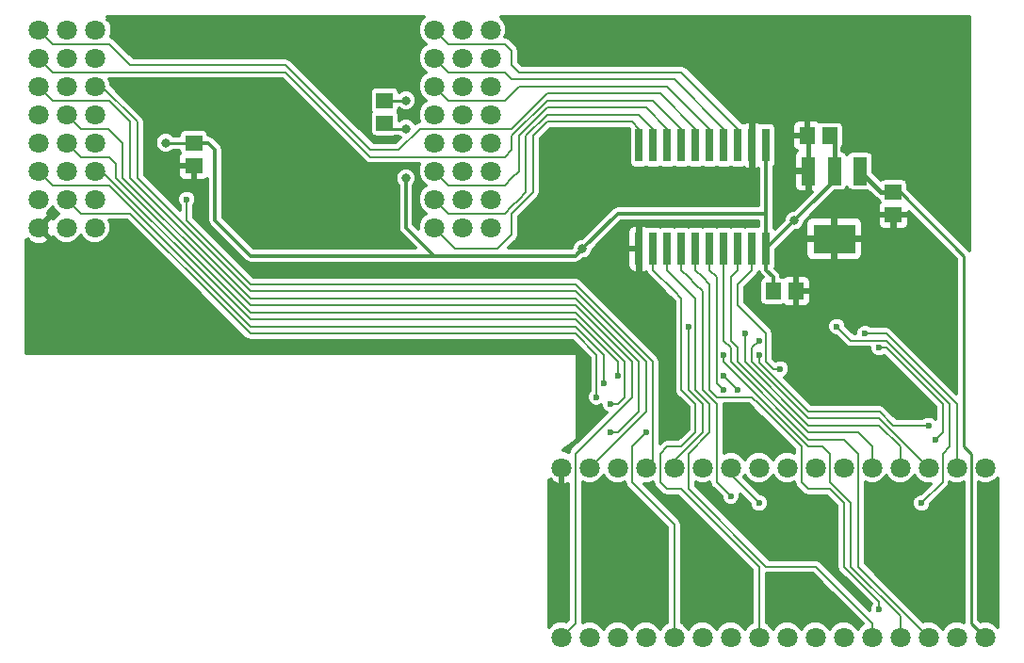
<source format=gbl>
G04 #@! TF.FileFunction,Copper,L2,Bot,Signal*
%FSLAX46Y46*%
G04 Gerber Fmt 4.6, Leading zero omitted, Abs format (unit mm)*
G04 Created by KiCad (PCBNEW 4.0.7) date 01/10/20 10:39:04*
%MOMM*%
%LPD*%
G01*
G04 APERTURE LIST*
%ADD10C,0.100000*%
%ADD11R,1.500000X1.400000*%
%ADD12R,1.400000X1.500000*%
%ADD13R,1.300000X2.500000*%
%ADD14R,3.850000X2.600000*%
%ADD15C,1.800000*%
%ADD16R,0.700000X3.000000*%
%ADD17C,0.800000*%
%ADD18C,0.600000*%
%ADD19C,0.250000*%
%ADD20C,0.400000*%
%ADD21C,0.500000*%
%ADD22C,0.300000*%
%ADD23C,0.200000*%
G04 APERTURE END LIST*
D10*
D11*
X-10795000Y42545000D03*
X-10795000Y40500300D03*
D12*
X-16510000Y47625000D03*
X-18554700Y47625000D03*
D11*
X-73660000Y46990000D03*
X-73660000Y44945300D03*
D13*
X-18415000Y44450000D03*
X-16116300Y44450000D03*
X-13817600Y44450000D03*
D14*
X-16116300Y38354000D03*
D15*
X-2540000Y17780000D03*
X-5080000Y17780000D03*
X-7620000Y17780000D03*
X-10160000Y17780000D03*
X-12700000Y17780000D03*
X-15240000Y17780000D03*
X-17780000Y17780000D03*
X-20320000Y17780000D03*
X-22860000Y17780000D03*
X-25400000Y17780000D03*
X-27940000Y17780000D03*
X-30480000Y17780000D03*
X-33020000Y17780000D03*
X-35560000Y17780000D03*
X-38100000Y17780000D03*
X-40640000Y17780000D03*
X-40640000Y2540000D03*
X-38100000Y2540000D03*
X-35560000Y2540000D03*
X-33020000Y2540000D03*
X-30480000Y2540000D03*
X-27940000Y2540000D03*
X-25400000Y2540000D03*
X-22860000Y2540000D03*
X-20320000Y2540000D03*
X-17780000Y2540000D03*
X-15240000Y2540000D03*
X-12700000Y2540000D03*
X-10160000Y2540000D03*
X-7620000Y2540000D03*
X-5080000Y2540000D03*
X-2540000Y2540000D03*
D16*
X-22225000Y37465000D03*
X-23495000Y37465000D03*
X-24765000Y37465000D03*
X-26035000Y37465000D03*
X-27305000Y37465000D03*
X-28575000Y37465000D03*
X-29845000Y37465000D03*
X-31115000Y37465000D03*
X-32385000Y37465000D03*
X-33655000Y37465000D03*
X-33655000Y46761400D03*
X-32385000Y46761400D03*
X-31115000Y46761400D03*
X-29845000Y46761400D03*
X-28575000Y46761400D03*
X-27305000Y46761400D03*
X-26035000Y46761400D03*
X-24765000Y46761400D03*
X-23495000Y46761400D03*
X-22225000Y46761400D03*
D15*
X-52070000Y39370000D03*
X-49530000Y39370000D03*
X-46990000Y39370000D03*
X-52070000Y41910000D03*
X-49530000Y41910000D03*
X-46990000Y41910000D03*
X-52070000Y44450000D03*
X-49530000Y44450000D03*
X-46990000Y44450000D03*
X-52070000Y46990000D03*
X-49530000Y46990000D03*
X-46990000Y46990000D03*
X-52070000Y49530000D03*
X-49530000Y49530000D03*
X-46990000Y49530000D03*
X-52070000Y52070000D03*
X-49530000Y52070000D03*
X-46990000Y52070000D03*
X-52070000Y54610000D03*
X-49530000Y54610000D03*
X-46990000Y54610000D03*
X-52070000Y57150000D03*
X-49530000Y57150000D03*
X-46990000Y57150000D03*
X-87630000Y57150000D03*
X-85090000Y57150000D03*
X-82550000Y57150000D03*
X-87630000Y54610000D03*
X-85090000Y54610000D03*
X-82550000Y54610000D03*
X-87630000Y52070000D03*
X-85090000Y52070000D03*
X-82550000Y52070000D03*
X-87630000Y49530000D03*
X-85090000Y49530000D03*
X-82550000Y49530000D03*
X-87630000Y46990000D03*
X-85090000Y46990000D03*
X-82550000Y46990000D03*
X-87630000Y44450000D03*
X-85090000Y44450000D03*
X-82550000Y44450000D03*
X-87630000Y41910000D03*
X-85090000Y41910000D03*
X-82550000Y41910000D03*
X-87630000Y39370000D03*
X-85090000Y39370000D03*
X-82550000Y39370000D03*
D12*
X-21590000Y33655000D03*
X-19545300Y33655000D03*
D11*
X-56515000Y50800000D03*
X-56515000Y48755300D03*
D17*
X-10795000Y12700000D03*
X-19050000Y10160000D03*
X-22225000Y12700000D03*
X-16510000Y12700000D03*
X-24130000Y5080000D03*
X-28575000Y5080000D03*
X-2540000Y7620000D03*
X-2540000Y13335000D03*
X-6350000Y12700000D03*
X-9525000Y9525000D03*
X-5715000Y9525000D03*
X-8255000Y6350000D03*
X-12700000Y10795000D03*
X-19050000Y6985000D03*
X-17780000Y5080000D03*
X-21590000Y5080000D03*
X-21590000Y7620000D03*
X-24130000Y8255000D03*
X-40640000Y7620000D03*
X-27305000Y8890000D03*
X-29210000Y13335000D03*
X-31750000Y5715000D03*
X-31750000Y9525000D03*
X-31750000Y12065000D03*
X-36195000Y13335000D03*
X-37465000Y9525000D03*
X-37465000Y5715000D03*
X-40640000Y13335000D03*
X-55245000Y56515000D03*
X-60325000Y51435000D03*
X-69215000Y55880000D03*
X-73660000Y55245000D03*
X-78105000Y57150000D03*
X-64135000Y56515000D03*
X-59055000Y54610000D03*
X-86360000Y29210000D03*
X-81280000Y29845000D03*
X-75565000Y29210000D03*
X-86360000Y34925000D03*
X-78105000Y37465000D03*
X-78105000Y34290000D03*
X-73660000Y31750000D03*
X-67310000Y28575000D03*
X-54610000Y28575000D03*
X-42545000Y28575000D03*
X-19685000Y36830000D03*
X-5080000Y39370000D03*
X-38100000Y22225000D03*
X-74295000Y51435000D03*
X-69850000Y50800000D03*
X-66040000Y52070000D03*
X-67310000Y47625000D03*
X-60325000Y39370000D03*
X-68580000Y40005000D03*
X-66040000Y42545000D03*
X-58420000Y43180000D03*
X-62230000Y45720000D03*
X-70485000Y45720000D03*
X-79375000Y38735000D03*
X-81915000Y36195000D03*
X-77470000Y48260000D03*
X-79375000Y50800000D03*
X-76200000Y43180000D03*
X-20320000Y44450000D03*
X-40005000Y40005000D03*
X-38735000Y42545000D03*
X-37465000Y45085000D03*
X-33655000Y30480000D03*
X-36830000Y34290000D03*
X-29845000Y22225000D03*
X-43180000Y57150000D03*
X-38100000Y57150000D03*
X-5715000Y48260000D03*
X-6985000Y52070000D03*
X-10160000Y53975000D03*
X-6350000Y55880000D03*
X-13970000Y56515000D03*
X-20955000Y51435000D03*
X-23495000Y50165000D03*
X-7620000Y23495000D03*
X-6350000Y26670000D03*
X-6350000Y30480000D03*
X-8255000Y38100000D03*
X-10795000Y38100000D03*
X-21590000Y20955000D03*
X-17145000Y24130000D03*
X-18415000Y26670000D03*
X-13335000Y25400000D03*
X-77470000Y52070000D03*
X-77470000Y44450000D03*
X-18415000Y50165000D03*
X-31115000Y27305000D03*
X-19685000Y31115000D03*
X-76200000Y46990000D03*
X-38735000Y37465000D03*
X-19685000Y40005000D03*
X-54610000Y50800000D03*
X-54610000Y43815000D03*
D18*
X-22860000Y27940000D03*
X-7620000Y21590000D03*
X-13335000Y29845000D03*
X-22860000Y29210000D03*
X-24130000Y29845000D03*
X-20955000Y26670000D03*
X-22860000Y14605000D03*
X-26035000Y24765000D03*
X-29210000Y30480000D03*
X-74295000Y41910000D03*
X-36195000Y20955000D03*
X-36195000Y23495000D03*
X-36830000Y25400000D03*
X-35560000Y26035000D03*
X-37465000Y24130000D03*
X-33020000Y20955000D03*
X-26035000Y26035000D03*
X-24765000Y24765000D03*
X-25400000Y15240000D03*
X-15875000Y30480000D03*
X-8255000Y14605000D03*
X-6985000Y20320000D03*
X-12065000Y28575000D03*
X-26035000Y27940000D03*
X-12065000Y5080000D03*
D17*
X-54610000Y48260000D03*
D19*
X-4445000Y20955000D02*
X-4445000Y19685000D01*
X-3810000Y3810000D02*
X-3810000Y18415000D01*
X-2540000Y2540000D02*
X-3810000Y3810000D01*
X-4445000Y36830000D02*
X-10160000Y42545000D01*
X-4445000Y20955000D02*
X-4445000Y36830000D01*
X-3810000Y19050000D02*
X-3810000Y18415000D01*
X-4445000Y19685000D02*
X-3810000Y19050000D01*
D20*
X-10795000Y42545000D02*
X-11912600Y42545000D01*
X-11912600Y42545000D02*
X-13817600Y44450000D01*
D19*
X-10160000Y42545000D02*
X-10795000Y42545000D01*
X-36195000Y35560000D02*
X-36195000Y37465000D01*
X-36195000Y37465000D02*
X-33655000Y37465000D01*
X-73025000Y40005000D02*
X-73025000Y42545000D01*
X-72390000Y39370000D02*
X-73025000Y40005000D01*
X-68580000Y35560000D02*
X-72390000Y39370000D01*
X-36195000Y35560000D02*
X-67310000Y35560000D01*
X-67310000Y35560000D02*
X-68580000Y35560000D01*
X-73660000Y43180000D02*
X-73660000Y44945300D01*
X-73025000Y42545000D02*
X-73660000Y43180000D01*
X-22225000Y12700000D02*
X-16510000Y12700000D01*
X-24130000Y5080000D02*
X-25400000Y5080000D01*
X-27305000Y5080000D02*
X-25400000Y5080000D01*
X-2540000Y13335000D02*
X-2540000Y7620000D01*
X-10795000Y12700000D02*
X-6350000Y12700000D01*
X-9525000Y9525000D02*
X-5715000Y9525000D01*
X-10795000Y12700000D02*
X-12700000Y10795000D01*
X-21590000Y5080000D02*
X-17780000Y5080000D01*
X-28575000Y5080000D02*
X-27305000Y5080000D01*
X-27305000Y11430000D02*
X-27305000Y8890000D01*
X-31750000Y9525000D02*
X-31750000Y5715000D01*
X-33020000Y13335000D02*
X-31750000Y12065000D01*
X-36195000Y13335000D02*
X-33020000Y13335000D01*
X-37465000Y5715000D02*
X-37465000Y9525000D01*
D21*
X-40640000Y14605000D02*
X-40640000Y13335000D01*
X-40640000Y14605000D02*
X-40640000Y17780000D01*
D19*
X-29210000Y13335000D02*
X-27305000Y11430000D01*
X-60325000Y54610000D02*
X-59055000Y54610000D01*
X-69215000Y55880000D02*
X-68580000Y56515000D01*
X-78105000Y57150000D02*
X-76200000Y55245000D01*
X-76200000Y55245000D02*
X-73660000Y55245000D01*
X-68580000Y56515000D02*
X-64135000Y56515000D01*
X-64135000Y56515000D02*
X-62230000Y56515000D01*
X-62230000Y56515000D02*
X-60325000Y54610000D01*
X-86360000Y29210000D02*
X-85725000Y29845000D01*
X-85725000Y29845000D02*
X-81280000Y29845000D01*
X-67310000Y28575000D02*
X-54610000Y28575000D01*
X-78105000Y37465000D02*
X-78105000Y34290000D01*
X-73660000Y31750000D02*
X-70485000Y28575000D01*
X-70485000Y28575000D02*
X-67310000Y28575000D01*
X-19545300Y33655000D02*
X-19545300Y36690300D01*
X-19545300Y36690300D02*
X-19685000Y36830000D01*
X-74295000Y44945300D02*
X-76974700Y44945300D01*
X-76974700Y44945300D02*
X-77470000Y44450000D01*
X-12941300Y38354000D02*
X-12687300Y38100000D01*
X-16116300Y38354000D02*
X-12941300Y38354000D01*
X-12687300Y38100000D02*
X-10795000Y38100000D01*
X-74295000Y51435000D02*
X-73660000Y50800000D01*
X-73660000Y50800000D02*
X-69850000Y50800000D01*
X-66040000Y52070000D02*
X-66040000Y48895000D01*
X-66040000Y48895000D02*
X-67310000Y47625000D01*
X-67945000Y39370000D02*
X-60325000Y39370000D01*
X-68580000Y40005000D02*
X-67945000Y39370000D01*
X-65405000Y43180000D02*
X-66040000Y42545000D01*
X-58420000Y43180000D02*
X-65405000Y43180000D01*
X-70485000Y45720000D02*
X-62230000Y45720000D01*
X-79375000Y38735000D02*
X-81915000Y36195000D01*
X-77470000Y50800000D02*
X-77470000Y48260000D01*
X-77470000Y48260000D02*
X-77470000Y44450000D01*
X-77470000Y50800000D02*
X-79375000Y50800000D01*
X-77470000Y44450000D02*
X-76200000Y43180000D01*
X-18415000Y44450000D02*
X-20320000Y44450000D01*
X-38735000Y43815000D02*
X-38735000Y42545000D01*
X-37465000Y45085000D02*
X-38735000Y43815000D01*
X-36195000Y35560000D02*
X-36195000Y34925000D01*
X-36195000Y34925000D02*
X-36830000Y34290000D01*
X-31115000Y27305000D02*
X-31115000Y23495000D01*
X-31115000Y23495000D02*
X-29845000Y22225000D01*
X-15875000Y56515000D02*
X-37465000Y56515000D01*
X-37465000Y56515000D02*
X-38100000Y57150000D01*
X-6985000Y52070000D02*
X-5715000Y50800000D01*
X-5715000Y48260000D02*
X-5715000Y49530000D01*
X-8255000Y53975000D02*
X-10160000Y53975000D01*
X-6350000Y55880000D02*
X-8255000Y53975000D01*
X-15875000Y56515000D02*
X-13970000Y56515000D01*
X-20955000Y51435000D02*
X-15875000Y56515000D01*
X-5715000Y50800000D02*
X-5715000Y49530000D01*
X-23495000Y50165000D02*
X-22860000Y50165000D01*
X-22860000Y50165000D02*
X-19050000Y50165000D01*
X-19050000Y50165000D02*
X-18415000Y50165000D01*
X-23495000Y49530000D02*
X-23495000Y50165000D01*
X-23495000Y46761400D02*
X-23495000Y49530000D01*
X-6350000Y34290000D02*
X-6350000Y30480000D01*
X-8255000Y36195000D02*
X-6350000Y34290000D01*
X-8255000Y38100000D02*
X-8255000Y36195000D01*
X-10795000Y38100000D02*
X-10795000Y40500300D01*
X-14605000Y24130000D02*
X-17145000Y24130000D01*
X-15240000Y26670000D02*
X-14605000Y26670000D01*
X-18415000Y26670000D02*
X-15240000Y26670000D01*
X-14605000Y26670000D02*
X-13335000Y25400000D01*
X-13335000Y25400000D02*
X-14605000Y24130000D01*
X-18415000Y50165000D02*
X-18415000Y47764700D01*
X-18415000Y47764700D02*
X-18554700Y47625000D01*
X-77470000Y50800000D02*
X-77470000Y52070000D01*
X-18415000Y50165000D02*
X-18554700Y50025300D01*
X-33655000Y37465000D02*
X-33655000Y34925000D01*
X-33655000Y34925000D02*
X-31115000Y32385000D01*
X-31115000Y32385000D02*
X-31115000Y27305000D01*
X-19545300Y31254700D02*
X-19545300Y33655000D01*
X-19685000Y31115000D02*
X-19545300Y31254700D01*
X-19545300Y33655000D02*
X-17145000Y33655000D01*
X-16116300Y34683700D02*
X-16116300Y38354000D01*
X-17145000Y33655000D02*
X-16116300Y34683700D01*
D20*
X-18415000Y44450000D02*
X-18415000Y47485300D01*
X-18415000Y47485300D02*
X-18554700Y47625000D01*
D19*
X-74930000Y46990000D02*
X-76200000Y46990000D01*
X-73660000Y46990000D02*
X-74930000Y46990000D01*
D22*
X-71755000Y40005000D02*
X-71755000Y45720000D01*
X-72390000Y46990000D02*
X-73660000Y46990000D01*
X-71755000Y46355000D02*
X-72390000Y46990000D01*
X-71755000Y45720000D02*
X-71755000Y46355000D01*
X-16116300Y43573700D02*
X-18415000Y41275000D01*
X-18415000Y41275000D02*
X-19685000Y40005000D01*
X-16116300Y43573700D02*
X-16116300Y44450000D01*
X-22225000Y37465000D02*
X-22225000Y35560000D01*
X-21590000Y34925000D02*
X-21590000Y33655000D01*
X-22225000Y35560000D02*
X-21590000Y34925000D01*
X-15875000Y44208700D02*
X-16116300Y44450000D01*
X-34290000Y40640000D02*
X-35560000Y40640000D01*
X-22225000Y40640000D02*
X-34290000Y40640000D01*
X-35560000Y40640000D02*
X-38735000Y37465000D01*
X-40005000Y36830000D02*
X-39370000Y36830000D01*
X-39370000Y36830000D02*
X-38735000Y37465000D01*
X-52070000Y36830000D02*
X-40005000Y36830000D01*
X-22225000Y37465000D02*
X-19685000Y40005000D01*
D19*
X-16116300Y44450000D02*
X-16116300Y43573700D01*
D22*
X-71755000Y40005000D02*
X-71755000Y40005000D01*
X-68580000Y36830000D02*
X-71755000Y40005000D01*
X-52070000Y36830000D02*
X-67945000Y36830000D01*
X-67945000Y36830000D02*
X-68580000Y36830000D01*
D19*
X-54610000Y50800000D02*
X-56515000Y50800000D01*
D22*
X-52070000Y36830000D02*
X-54610000Y39370000D01*
X-54610000Y39370000D02*
X-54610000Y43815000D01*
X-22225000Y37465000D02*
X-22225000Y40640000D01*
X-22225000Y40640000D02*
X-22225000Y43815000D01*
X-22225000Y43815000D02*
X-22225000Y46761400D01*
D20*
X-16116300Y44450000D02*
X-16116300Y47231300D01*
X-16116300Y47231300D02*
X-16510000Y47625000D01*
D23*
X-18449656Y22825344D02*
X-12030344Y22825344D01*
X-22860000Y27235688D02*
X-18449656Y22825344D01*
X-22860000Y27940000D02*
X-22860000Y27235688D01*
X-10795000Y21590000D02*
X-7620000Y21590000D01*
X-12030344Y22825344D02*
X-10795000Y21590000D01*
X-7654656Y21555344D02*
X-7620000Y21590000D01*
X-11430000Y29845000D02*
X-5080000Y23495000D01*
X-5080000Y23495000D02*
X-5080000Y17780000D01*
X-13335000Y29845000D02*
X-11430000Y29845000D01*
X-22860000Y26670000D02*
X-23495000Y27305000D01*
X-22860000Y26670000D02*
X-18415000Y22225000D01*
X-18415000Y22225000D02*
X-13970000Y22225000D01*
X-13970000Y22225000D02*
X-12065000Y22225000D01*
X-7620000Y17780000D02*
X-12065000Y22225000D01*
X-23495000Y28575000D02*
X-22860000Y29210000D01*
X-23495000Y27305000D02*
X-23495000Y28575000D01*
X-13970000Y21590000D02*
X-12065000Y21590000D01*
X-15875000Y21590000D02*
X-18415000Y21590000D01*
X-13970000Y21590000D02*
X-15875000Y21590000D01*
X-24130000Y27305000D02*
X-24130000Y29845000D01*
X-18415000Y21590000D02*
X-24130000Y27305000D01*
X-10160000Y19685000D02*
X-10160000Y17780000D01*
X-12065000Y21590000D02*
X-10160000Y19685000D01*
X-14605000Y20955000D02*
X-13970000Y20955000D01*
X-12700000Y19050000D02*
X-12700000Y17780000D01*
X-12700000Y19685000D02*
X-12700000Y19050000D01*
X-13970000Y20955000D02*
X-12700000Y19685000D01*
X-24765000Y28575000D02*
X-25400000Y29210000D01*
X-24765000Y37465000D02*
X-24765000Y35560000D01*
X-25400000Y34925000D02*
X-24765000Y35560000D01*
X-24765000Y27305000D02*
X-24765000Y28575000D01*
X-18415000Y20955000D02*
X-14605000Y20955000D01*
X-14605000Y20955000D02*
X-14674312Y20955000D01*
X-18415000Y20955000D02*
X-24765000Y27305000D01*
X-25400000Y29210000D02*
X-25400000Y34925000D01*
X-12700000Y17780000D02*
X-12700000Y18415000D01*
X-23495000Y31115000D02*
X-24765000Y32385000D01*
X-22225000Y29845000D02*
X-22225000Y27940000D01*
X-22225000Y27940000D02*
X-22225000Y27305000D01*
X-22225000Y27305000D02*
X-21590000Y26670000D01*
X-21590000Y26670000D02*
X-20955000Y26670000D01*
X-23495000Y35560000D02*
X-23495000Y37465000D01*
X-23495000Y31115000D02*
X-22225000Y29845000D01*
X-24765000Y34290000D02*
X-23495000Y35560000D01*
X-24765000Y32385000D02*
X-24765000Y34290000D01*
X-25400000Y17145000D02*
X-22860000Y14605000D01*
X-25400000Y17780000D02*
X-25400000Y17145000D01*
X-27305000Y37465000D02*
X-27305000Y35560000D01*
X-26670000Y25400000D02*
X-26035000Y24765000D01*
X-26670000Y34925000D02*
X-26670000Y25400000D01*
X-27305000Y35560000D02*
X-26670000Y34925000D01*
X-29210000Y26670000D02*
X-29210000Y24765000D01*
X-29210000Y30480000D02*
X-29210000Y26670000D01*
X-27940000Y20955000D02*
X-30480000Y18415000D01*
X-27940000Y23495000D02*
X-27940000Y20955000D01*
X-29210000Y24765000D02*
X-27940000Y23495000D01*
X-30480000Y18415000D02*
X-30480000Y17780000D01*
X-74295000Y40005000D02*
X-74295000Y41910000D01*
X-69850000Y35560000D02*
X-68580000Y34290000D01*
X-39370000Y34290000D02*
X-32385000Y27305000D01*
X-32385000Y27305000D02*
X-32385000Y18415000D01*
X-71120000Y36830000D02*
X-69850000Y35560000D01*
X-68580000Y34290000D02*
X-39370000Y34290000D01*
X-71120000Y36830000D02*
X-74295000Y40005000D01*
X-32385000Y18415000D02*
X-33020000Y17780000D01*
X-69850000Y34290000D02*
X-68580000Y33020000D01*
X-33655000Y27305000D02*
X-39370000Y33020000D01*
X-86360000Y50800000D02*
X-81280000Y50800000D01*
X-86360000Y50800000D02*
X-87630000Y52070000D01*
X-79375000Y48895000D02*
X-79375000Y43815000D01*
X-81280000Y50800000D02*
X-79375000Y48895000D01*
X-79375000Y43815000D02*
X-71120000Y35560000D01*
X-71120000Y35560000D02*
X-69850000Y34290000D01*
X-68580000Y33020000D02*
X-39370000Y33020000D01*
X-33655000Y22860000D02*
X-35560000Y20955000D01*
X-35560000Y20955000D02*
X-36195000Y20955000D01*
X-33655000Y27305000D02*
X-33655000Y27305000D01*
X-33655000Y27305000D02*
X-33655000Y22860000D01*
X-69850000Y34925000D02*
X-68580000Y33655000D01*
X-33020000Y27305000D02*
X-39370000Y33655000D01*
X-78740000Y43815000D02*
X-71120000Y36195000D01*
X-78740000Y48895000D02*
X-78740000Y43815000D01*
X-78740000Y48895000D02*
X-81915000Y52070000D01*
X-71120000Y36195000D02*
X-69850000Y34925000D01*
X-68580000Y33655000D02*
X-39370000Y33655000D01*
X-38100000Y17780000D02*
X-33020000Y22860000D01*
X-33020000Y22860000D02*
X-33020000Y27305000D01*
X-33020000Y27305000D02*
X-33020000Y27305000D01*
X-82550000Y52070000D02*
X-81915000Y52070000D01*
X-69850000Y33655000D02*
X-68580000Y32385000D01*
X-80044656Y46955344D02*
X-81349312Y48260000D01*
X-80044656Y46955344D02*
X-80044656Y43849656D01*
X-80044656Y43849656D02*
X-71120000Y34925000D01*
X-85090000Y49530000D02*
X-83820000Y48260000D01*
X-83820000Y48260000D02*
X-82550000Y48260000D01*
X-82550000Y48260000D02*
X-81349312Y48260000D01*
X-71120000Y34925000D02*
X-69850000Y33655000D01*
X-68580000Y32385000D02*
X-39370000Y32385000D01*
X-39370000Y32385000D02*
X-34290000Y27305000D01*
X-34290000Y27305000D02*
X-34290000Y24130000D01*
X-39370000Y19050000D02*
X-34290000Y24130000D01*
X-39370000Y19050000D02*
X-39370000Y16510000D01*
X-39370000Y16510000D02*
X-39370000Y3810000D01*
X-39370000Y3810000D02*
X-40640000Y2540000D01*
X-39370000Y32385000D02*
X-39370000Y32385000D01*
X-69850000Y33020000D02*
X-68580000Y31750000D01*
X-80010000Y43180000D02*
X-80645000Y43815000D01*
X-71120000Y34290000D02*
X-79375000Y42545000D01*
X-85090000Y46990000D02*
X-83820000Y45720000D01*
X-79375000Y42545000D02*
X-80010000Y43180000D01*
X-81280000Y45720000D02*
X-83820000Y45720000D01*
X-80645000Y45085000D02*
X-81280000Y45720000D01*
X-80645000Y43815000D02*
X-80645000Y45085000D01*
X-71120000Y34290000D02*
X-69850000Y33020000D01*
X-68580000Y31750000D02*
X-39370000Y31750000D01*
X-34925000Y27305000D02*
X-34925000Y24130000D01*
X-35560000Y23495000D02*
X-36195000Y23495000D01*
X-34925000Y24130000D02*
X-35560000Y23495000D01*
X-39370000Y31750000D02*
X-34925000Y27305000D01*
X-39370000Y31750000D02*
X-39370000Y31750000D01*
X-39370000Y30480000D02*
X-68580000Y30480000D01*
X-71120000Y33020000D02*
X-69850000Y31750000D01*
X-86360000Y43180000D02*
X-81280000Y43180000D01*
X-86360000Y43180000D02*
X-87630000Y44450000D01*
X-71120000Y33020000D02*
X-81280000Y43180000D01*
X-68580000Y30480000D02*
X-69850000Y31750000D01*
X-39370000Y30480000D02*
X-36830000Y27940000D01*
X-36830000Y27940000D02*
X-36830000Y26035000D01*
X-36830000Y26035000D02*
X-36830000Y25400000D01*
X-39370000Y30480000D02*
X-39370000Y30480000D01*
X-69850000Y32385000D02*
X-68580000Y31115000D01*
X-71120000Y33655000D02*
X-69850000Y32385000D01*
X-81915000Y44450000D02*
X-71120000Y33655000D01*
X-68580000Y31115000D02*
X-39370000Y31115000D01*
X-35560000Y27305000D02*
X-35560000Y26035000D01*
X-39370000Y31115000D02*
X-35560000Y27305000D01*
X-39370000Y31115000D02*
X-39370000Y31115000D01*
X-81915000Y44450000D02*
X-82550000Y44450000D01*
X-30480000Y2540000D02*
X-30480000Y4445000D01*
X-34290000Y16510000D02*
X-30480000Y12700000D01*
X-37465000Y27940000D02*
X-39370000Y29845000D01*
X-34290000Y19685000D02*
X-33020000Y20955000D01*
X-34290000Y16510000D02*
X-34290000Y19685000D01*
X-37465000Y26670000D02*
X-37465000Y24130000D01*
X-37465000Y27940000D02*
X-37465000Y26670000D01*
X-30480000Y4445000D02*
X-30480000Y12700000D01*
X-39370000Y29845000D02*
X-68580000Y29845000D01*
X-68580000Y29845000D02*
X-69850000Y31115000D01*
X-39370000Y29845000D02*
X-39370000Y29845000D01*
X-71120000Y32385000D02*
X-69850000Y31115000D01*
X-79375000Y40640000D02*
X-71120000Y32385000D01*
X-79375000Y40640000D02*
X-81915000Y40640000D01*
X-69850000Y31115000D02*
X-69850000Y31115000D01*
X-85090000Y41910000D02*
X-83820000Y40640000D01*
X-83820000Y40640000D02*
X-81915000Y40640000D01*
X-81915000Y40640000D02*
X-81915000Y40640000D01*
X-26035000Y26035000D02*
X-24765000Y24765000D01*
X-28575000Y34290000D02*
X-27940000Y33655000D01*
X-29210000Y34925000D02*
X-28575000Y34290000D01*
X-29845000Y35560000D02*
X-29210000Y34925000D01*
X-29845000Y37465000D02*
X-29845000Y35560000D01*
X-26670000Y18415000D02*
X-26670000Y16510000D01*
X-26670000Y18415000D02*
X-26670000Y19050000D01*
X-26670000Y16510000D02*
X-25400000Y15240000D01*
X-26670000Y19685000D02*
X-26670000Y19050000D01*
X-26670000Y22225000D02*
X-26670000Y19685000D01*
X-26670000Y23495000D02*
X-26670000Y22225000D01*
X-27940000Y24765000D02*
X-26670000Y23495000D01*
X-27940000Y25400000D02*
X-27940000Y24765000D01*
X-27940000Y33655000D02*
X-27940000Y25400000D01*
X-22860000Y7620000D02*
X-22860000Y8890000D01*
X-29845000Y33020000D02*
X-30480000Y33655000D01*
X-31115000Y19685000D02*
X-29845000Y19685000D01*
X-29845000Y29210000D02*
X-29845000Y25400000D01*
X-31750000Y19050000D02*
X-31115000Y19685000D01*
X-31750000Y19050000D02*
X-31750000Y16510000D01*
X-22860000Y2540000D02*
X-22860000Y7620000D01*
X-29845000Y24765000D02*
X-29845000Y25400000D01*
X-28575000Y23495000D02*
X-29845000Y24765000D01*
X-28575000Y20955000D02*
X-28575000Y23495000D01*
X-29845000Y19685000D02*
X-28575000Y20955000D01*
X-32385000Y35560000D02*
X-32385000Y37465000D01*
X-32385000Y35560000D02*
X-30480000Y33655000D01*
X-29845000Y29210000D02*
X-29845000Y33020000D01*
X-31115000Y15875000D02*
X-31750000Y16510000D01*
X-29845000Y15875000D02*
X-31115000Y15875000D01*
X-22860000Y8890000D02*
X-29845000Y15875000D01*
X-10795000Y28575000D02*
X-11430000Y29210000D01*
X-15875000Y30480000D02*
X-14605000Y29210000D01*
X-12700000Y29210000D02*
X-14605000Y29210000D01*
X-6350000Y16510000D02*
X-6350000Y19050000D01*
X-6350000Y16510000D02*
X-8255000Y14605000D01*
X-5715000Y19685000D02*
X-5715000Y23495000D01*
X-6350000Y19050000D02*
X-5715000Y19685000D01*
X-10795000Y28575000D02*
X-5715000Y23495000D01*
X-11430000Y29210000D02*
X-12700000Y29210000D01*
X-11430000Y28575000D02*
X-12065000Y28575000D01*
X-6350000Y20955000D02*
X-6350000Y23495000D01*
X-6985000Y20320000D02*
X-6350000Y20955000D01*
X-6350000Y23495000D02*
X-11430000Y28575000D01*
X-22225000Y8890000D02*
X-17780000Y8890000D01*
X-27305000Y22225000D02*
X-27305000Y23495000D01*
X-29210000Y19050000D02*
X-27305000Y20955000D01*
X-27305000Y20955000D02*
X-27305000Y22225000D01*
X-29210000Y16510000D02*
X-29210000Y15875000D01*
X-29210000Y16510000D02*
X-29210000Y19050000D01*
X-28575000Y26670000D02*
X-28575000Y33020000D01*
X-28575000Y24765000D02*
X-28575000Y26670000D01*
X-27305000Y23495000D02*
X-28575000Y24765000D01*
X-31115000Y37465000D02*
X-31115000Y35560000D01*
X-31115000Y35560000D02*
X-29845000Y34290000D01*
X-29845000Y34290000D02*
X-28575000Y33020000D01*
X-12700000Y3810000D02*
X-12700000Y2540000D01*
X-16510000Y7620000D02*
X-12700000Y3810000D01*
X-22225000Y8890000D02*
X-29210000Y15875000D01*
X-17780000Y8890000D02*
X-16510000Y7620000D01*
X-26035000Y27305000D02*
X-26035000Y27940000D01*
X-17145000Y19685000D02*
X-18415000Y19685000D01*
X-16510000Y19050000D02*
X-17145000Y19685000D01*
X-14605000Y8890000D02*
X-10160000Y4445000D01*
X-10160000Y4445000D02*
X-10160000Y3810000D01*
X-14605000Y14605000D02*
X-14605000Y10795000D01*
X-16510000Y16510000D02*
X-14605000Y14605000D01*
X-10160000Y3810000D02*
X-10160000Y2540000D01*
X-14605000Y10795000D02*
X-14605000Y8890000D01*
X-16510000Y16510000D02*
X-16510000Y19050000D01*
X-18415000Y19685000D02*
X-21590000Y22860000D01*
X-21590000Y22860000D02*
X-25400000Y26670000D01*
X-25400000Y26670000D02*
X-26035000Y27305000D01*
X-18415000Y20320000D02*
X-25400000Y27305000D01*
X-15240000Y20320000D02*
X-17145000Y20320000D01*
X-17145000Y20320000D02*
X-18415000Y20320000D01*
X-26035000Y37465000D02*
X-26035000Y31750000D01*
X-26035000Y31750000D02*
X-26035000Y29210000D01*
X-13970000Y10795000D02*
X-13970000Y8890000D01*
X-13970000Y8890000D02*
X-7620000Y2540000D01*
X-13970000Y10795000D02*
X-13970000Y19050000D01*
X-13970000Y19050000D02*
X-15240000Y20320000D01*
X-25400000Y28575000D02*
X-26035000Y29210000D01*
X-25400000Y27305000D02*
X-25400000Y28575000D01*
X-18415000Y15875000D02*
X-19050000Y16510000D01*
X-27305000Y34290000D02*
X-27305000Y25400000D01*
X-23495000Y24130000D02*
X-26670000Y24130000D01*
X-26670000Y24130000D02*
X-27305000Y24765000D01*
X-27305000Y24765000D02*
X-27305000Y25400000D01*
X-19050000Y19685000D02*
X-22860000Y23495000D01*
X-19050000Y19050000D02*
X-19050000Y17145000D01*
X-19050000Y19050000D02*
X-19050000Y19685000D01*
X-22860000Y23495000D02*
X-23495000Y24130000D01*
X-28575000Y37465000D02*
X-28575000Y35560000D01*
X-27940000Y34925000D02*
X-28575000Y35560000D01*
X-27940000Y34925000D02*
X-27305000Y34290000D01*
X-15240000Y14605000D02*
X-16510000Y15875000D01*
X-16510000Y15875000D02*
X-18415000Y15875000D01*
X-12065000Y5715000D02*
X-15240000Y8890000D01*
X-15240000Y13970000D02*
X-15240000Y8890000D01*
X-12065000Y5715000D02*
X-12065000Y5080000D01*
X-15240000Y13970000D02*
X-15240000Y14605000D01*
X-19050000Y16510000D02*
X-19050000Y17145000D01*
X-12065000Y5080000D02*
X-12065000Y5080000D01*
X-43180000Y47625000D02*
X-41910000Y48895000D01*
X-43180000Y46990000D02*
X-43180000Y47625000D01*
X-43180000Y44450000D02*
X-43180000Y42545000D01*
X-43815000Y41910000D02*
X-44450000Y41275000D01*
X-45085000Y40640000D02*
X-44450000Y41275000D01*
X-46355000Y37465000D02*
X-45085000Y38735000D01*
X-46355000Y37465000D02*
X-50165000Y37465000D01*
X-52070000Y39370000D02*
X-50165000Y37465000D01*
X-45085000Y38735000D02*
X-45085000Y40640000D01*
X-43180000Y42545000D02*
X-43815000Y41910000D01*
X-43180000Y46990000D02*
X-43180000Y44450000D01*
X-41910000Y48895000D02*
X-34290000Y48895000D01*
X-34290000Y48895000D02*
X-33655000Y48260000D01*
X-33655000Y48260000D02*
X-33655000Y46761400D01*
X-43815000Y47625000D02*
X-41910000Y49530000D01*
X-41910000Y49530000D02*
X-40640000Y49530000D01*
X-43815000Y46990000D02*
X-43815000Y44450000D01*
X-43815000Y42545000D02*
X-44450000Y41910000D01*
X-44450000Y41910000D02*
X-45085000Y41275000D01*
X-45720000Y40640000D02*
X-45085000Y41275000D01*
X-43815000Y44450000D02*
X-43815000Y42545000D01*
X-38735000Y49530000D02*
X-34290000Y49530000D01*
X-34290000Y49530000D02*
X-33655000Y49530000D01*
X-33655000Y49530000D02*
X-32385000Y48260000D01*
X-40640000Y49530000D02*
X-38735000Y49530000D01*
X-43815000Y46990000D02*
X-43815000Y47625000D01*
X-32385000Y48260000D02*
X-32385000Y46761400D01*
X-45720000Y40640000D02*
X-45720000Y40640000D01*
X-45720000Y40640000D02*
X-50800000Y40640000D01*
X-52070000Y41910000D02*
X-50800000Y40640000D01*
X-41910000Y50165000D02*
X-44450000Y47625000D01*
X-31115000Y48260000D02*
X-33020000Y50165000D01*
X-44450000Y46990000D02*
X-44450000Y47625000D01*
X-40640000Y50165000D02*
X-38735000Y50165000D01*
X-38735000Y50165000D02*
X-33655000Y50165000D01*
X-44450000Y44450000D02*
X-45085000Y43815000D01*
X-45085000Y43815000D02*
X-45720000Y43180000D01*
X-44450000Y46990000D02*
X-44450000Y44450000D01*
X-41910000Y50165000D02*
X-40640000Y50165000D01*
X-33655000Y50165000D02*
X-33020000Y50165000D01*
X-31115000Y48260000D02*
X-31115000Y46761400D01*
X-45720000Y43180000D02*
X-45720000Y43180000D01*
X-45720000Y43180000D02*
X-50800000Y43180000D01*
X-52070000Y44450000D02*
X-50800000Y43180000D01*
X-45085000Y47625000D02*
X-41910000Y50800000D01*
X-29845000Y48260000D02*
X-32385000Y50800000D01*
X-45085000Y46990000D02*
X-45085000Y47625000D01*
X-40640000Y50800000D02*
X-38735000Y50800000D01*
X-33655000Y50800000D02*
X-38735000Y50800000D01*
X-45085000Y46355000D02*
X-45085000Y46990000D01*
X-45085000Y46355000D02*
X-45720000Y45720000D01*
X-41910000Y50800000D02*
X-40640000Y50800000D01*
X-33655000Y50800000D02*
X-32385000Y50800000D01*
X-29845000Y48260000D02*
X-29845000Y46761400D01*
X-45720000Y45720000D02*
X-45720000Y45720000D01*
X-65405000Y53340000D02*
X-57785000Y45720000D01*
X-57785000Y45720000D02*
X-53340000Y45720000D01*
X-45720000Y45720000D02*
X-53340000Y45720000D01*
X-65405000Y53340000D02*
X-86360000Y53340000D01*
X-87630000Y54610000D02*
X-86360000Y53340000D01*
X-45720000Y48260000D02*
X-45085000Y48260000D01*
X-45085000Y48260000D02*
X-41910000Y51435000D01*
X-41910000Y51435000D02*
X-41910000Y51435000D01*
X-33655000Y51435000D02*
X-31750000Y51435000D01*
X-28575000Y48260000D02*
X-31750000Y51435000D01*
X-41275000Y51435000D02*
X-33655000Y51435000D01*
X-41910000Y51435000D02*
X-41275000Y51435000D01*
X-65405000Y53975000D02*
X-57785000Y46355000D01*
X-55245000Y46355000D02*
X-53340000Y48260000D01*
X-53340000Y48260000D02*
X-46990000Y48260000D01*
X-46990000Y48260000D02*
X-45720000Y48260000D01*
X-57785000Y46355000D02*
X-55245000Y46355000D01*
X-72390000Y53975000D02*
X-76835000Y53975000D01*
X-86360000Y55880000D02*
X-87630000Y57150000D01*
X-72390000Y53975000D02*
X-65405000Y53975000D01*
X-81280000Y55880000D02*
X-86360000Y55880000D01*
X-79375000Y53975000D02*
X-81280000Y55880000D01*
X-76835000Y53975000D02*
X-79375000Y53975000D01*
X-45720000Y48260000D02*
X-45720000Y48260000D01*
X-28575000Y48260000D02*
X-28575000Y46761400D01*
X-41910000Y52070000D02*
X-44450000Y52070000D01*
X-27305000Y48260000D02*
X-31115000Y52070000D01*
X-31750000Y52070000D02*
X-31115000Y52070000D01*
X-41910000Y52070000D02*
X-31750000Y52070000D01*
X-44450000Y52070000D02*
X-45720000Y50800000D01*
X-45720000Y50800000D02*
X-45720000Y50800000D01*
X-50800000Y50800000D02*
X-45720000Y50800000D01*
X-50800000Y50800000D02*
X-52070000Y52070000D01*
X-45720000Y50800000D02*
X-45720000Y50800000D01*
X-27305000Y48260000D02*
X-27305000Y46761400D01*
X-45720000Y53340000D02*
X-45085000Y52705000D01*
X-45085000Y52705000D02*
X-41275000Y52705000D01*
X-30480000Y52705000D02*
X-26035000Y48260000D01*
X-31115000Y52705000D02*
X-30480000Y52705000D01*
X-41275000Y52705000D02*
X-31115000Y52705000D01*
X-50800000Y53340000D02*
X-45720000Y53340000D01*
X-50800000Y53340000D02*
X-52070000Y54610000D01*
X-45720000Y53340000D02*
X-45720000Y53340000D01*
X-26035000Y48260000D02*
X-26035000Y46761400D01*
X-44450000Y53340000D02*
X-45085000Y53975000D01*
X-50800000Y55880000D02*
X-45720000Y55880000D01*
X-52070000Y57150000D02*
X-50800000Y55880000D01*
X-44450000Y53340000D02*
X-40640000Y53340000D01*
X-29845000Y53340000D02*
X-24765000Y48260000D01*
X-29845000Y53340000D02*
X-40640000Y53340000D01*
X-45085000Y55245000D02*
X-45720000Y55880000D01*
X-45085000Y54610000D02*
X-45085000Y55245000D01*
X-45085000Y53975000D02*
X-45085000Y54610000D01*
X-24765000Y48260000D02*
X-24765000Y46761400D01*
D19*
X-54610000Y48260000D02*
X-56019700Y48260000D01*
X-56019700Y48260000D02*
X-56515000Y48755300D01*
D22*
G36*
X-36789967Y16959714D02*
X-36382431Y16551467D01*
X-35849688Y16330252D01*
X-35272843Y16329749D01*
X-34932147Y16470521D01*
X-34925377Y16436486D01*
X-34890522Y16261255D01*
X-34749619Y16050381D01*
X-31130000Y12430761D01*
X-31130000Y3840328D01*
X-31300286Y3769967D01*
X-31708533Y3362431D01*
X-31749828Y3262982D01*
X-31790033Y3360286D01*
X-32197569Y3768533D01*
X-32730312Y3989748D01*
X-33307157Y3990251D01*
X-33840286Y3769967D01*
X-34248533Y3362431D01*
X-34289828Y3262982D01*
X-34330033Y3360286D01*
X-34737569Y3768533D01*
X-35270312Y3989748D01*
X-35847157Y3990251D01*
X-36380286Y3769967D01*
X-36788533Y3362431D01*
X-36829828Y3262982D01*
X-36870033Y3360286D01*
X-37277569Y3768533D01*
X-37810312Y3989748D01*
X-38387157Y3990251D01*
X-38720000Y3852723D01*
X-38720000Y16467410D01*
X-38389688Y16330252D01*
X-37812843Y16329749D01*
X-37279714Y16550033D01*
X-36871467Y16957569D01*
X-36830172Y17057018D01*
X-36789967Y16959714D01*
X-36789967Y16959714D01*
G37*
X-36789967Y16959714D02*
X-36382431Y16551467D01*
X-35849688Y16330252D01*
X-35272843Y16329749D01*
X-34932147Y16470521D01*
X-34925377Y16436486D01*
X-34890522Y16261255D01*
X-34749619Y16050381D01*
X-31130000Y12430761D01*
X-31130000Y3840328D01*
X-31300286Y3769967D01*
X-31708533Y3362431D01*
X-31749828Y3262982D01*
X-31790033Y3360286D01*
X-32197569Y3768533D01*
X-32730312Y3989748D01*
X-33307157Y3990251D01*
X-33840286Y3769967D01*
X-34248533Y3362431D01*
X-34289828Y3262982D01*
X-34330033Y3360286D01*
X-34737569Y3768533D01*
X-35270312Y3989748D01*
X-35847157Y3990251D01*
X-36380286Y3769967D01*
X-36788533Y3362431D01*
X-36829828Y3262982D01*
X-36870033Y3360286D01*
X-37277569Y3768533D01*
X-37810312Y3989748D01*
X-38387157Y3990251D01*
X-38720000Y3852723D01*
X-38720000Y16467410D01*
X-38389688Y16330252D01*
X-37812843Y16329749D01*
X-37279714Y16550033D01*
X-36871467Y16957569D01*
X-36830172Y17057018D01*
X-36789967Y16959714D01*
G36*
X-8849967Y16959714D02*
X-8442431Y16551467D01*
X-7909688Y16330252D01*
X-7449388Y16329851D01*
X-8324178Y15455060D01*
X-8423334Y15455147D01*
X-8735857Y15326015D01*
X-8975174Y15087115D01*
X-9104852Y14774817D01*
X-9105147Y14436666D01*
X-8976015Y14124143D01*
X-8737115Y13884826D01*
X-8424817Y13755148D01*
X-8086666Y13754853D01*
X-7774143Y13883985D01*
X-7534826Y14122885D01*
X-7405148Y14435183D01*
X-7405060Y14535701D01*
X-5890380Y16050381D01*
X-5749478Y16261256D01*
X-5707825Y16470659D01*
X-5369688Y16330252D01*
X-4792843Y16329749D01*
X-4485000Y16456947D01*
X-4485000Y3862971D01*
X-4790312Y3989748D01*
X-5367157Y3990251D01*
X-5900286Y3769967D01*
X-6308533Y3362431D01*
X-6349828Y3262982D01*
X-6390033Y3360286D01*
X-6797569Y3768533D01*
X-7330312Y3989748D01*
X-7907157Y3990251D01*
X-8079714Y3918952D01*
X-13320000Y9159238D01*
X-13320000Y16467410D01*
X-12989688Y16330252D01*
X-12412843Y16329749D01*
X-11879714Y16550033D01*
X-11471467Y16957569D01*
X-11430172Y17057018D01*
X-11389967Y16959714D01*
X-10982431Y16551467D01*
X-10449688Y16330252D01*
X-9872843Y16329749D01*
X-9339714Y16550033D01*
X-8931467Y16957569D01*
X-8890172Y17057018D01*
X-8849967Y16959714D01*
X-8849967Y16959714D01*
G37*
X-8849967Y16959714D02*
X-8442431Y16551467D01*
X-7909688Y16330252D01*
X-7449388Y16329851D01*
X-8324178Y15455060D01*
X-8423334Y15455147D01*
X-8735857Y15326015D01*
X-8975174Y15087115D01*
X-9104852Y14774817D01*
X-9105147Y14436666D01*
X-8976015Y14124143D01*
X-8737115Y13884826D01*
X-8424817Y13755148D01*
X-8086666Y13754853D01*
X-7774143Y13883985D01*
X-7534826Y14122885D01*
X-7405148Y14435183D01*
X-7405060Y14535701D01*
X-5890380Y16050381D01*
X-5749478Y16261256D01*
X-5707825Y16470659D01*
X-5369688Y16330252D01*
X-4792843Y16329749D01*
X-4485000Y16456947D01*
X-4485000Y3862971D01*
X-4790312Y3989748D01*
X-5367157Y3990251D01*
X-5900286Y3769967D01*
X-6308533Y3362431D01*
X-6349828Y3262982D01*
X-6390033Y3360286D01*
X-6797569Y3768533D01*
X-7330312Y3989748D01*
X-7907157Y3990251D01*
X-8079714Y3918952D01*
X-13320000Y9159238D01*
X-13320000Y16467410D01*
X-12989688Y16330252D01*
X-12412843Y16329749D01*
X-11879714Y16550033D01*
X-11471467Y16957569D01*
X-11430172Y17057018D01*
X-11389967Y16959714D01*
X-10982431Y16551467D01*
X-10449688Y16330252D01*
X-9872843Y16329749D01*
X-9339714Y16550033D01*
X-8931467Y16957569D01*
X-8890172Y17057018D01*
X-8849967Y16959714D01*
G36*
X-32385377Y16436486D02*
X-32350522Y16261255D01*
X-32209619Y16050381D01*
X-31574619Y15415380D01*
X-31363744Y15274478D01*
X-31115000Y15225000D01*
X-30114238Y15225000D01*
X-23510000Y8620761D01*
X-23510000Y3840328D01*
X-23680286Y3769967D01*
X-24088533Y3362431D01*
X-24129828Y3262982D01*
X-24170033Y3360286D01*
X-24577569Y3768533D01*
X-25110312Y3989748D01*
X-25687157Y3990251D01*
X-26220286Y3769967D01*
X-26628533Y3362431D01*
X-26669828Y3262982D01*
X-26710033Y3360286D01*
X-27117569Y3768533D01*
X-27650312Y3989748D01*
X-28227157Y3990251D01*
X-28760286Y3769967D01*
X-29168533Y3362431D01*
X-29209828Y3262982D01*
X-29250033Y3360286D01*
X-29657569Y3768533D01*
X-29830000Y3840133D01*
X-29830000Y12700000D01*
X-29879478Y12948744D01*
X-30020380Y13159619D01*
X-33190910Y16330148D01*
X-32732843Y16329749D01*
X-32392147Y16470521D01*
X-32385377Y16436486D01*
X-32385377Y16436486D01*
G37*
X-32385377Y16436486D02*
X-32350522Y16261255D01*
X-32209619Y16050381D01*
X-31574619Y15415380D01*
X-31363744Y15274478D01*
X-31115000Y15225000D01*
X-30114238Y15225000D01*
X-23510000Y8620761D01*
X-23510000Y3840328D01*
X-23680286Y3769967D01*
X-24088533Y3362431D01*
X-24129828Y3262982D01*
X-24170033Y3360286D01*
X-24577569Y3768533D01*
X-25110312Y3989748D01*
X-25687157Y3990251D01*
X-26220286Y3769967D01*
X-26628533Y3362431D01*
X-26669828Y3262982D01*
X-26710033Y3360286D01*
X-27117569Y3768533D01*
X-27650312Y3989748D01*
X-28227157Y3990251D01*
X-28760286Y3769967D01*
X-29168533Y3362431D01*
X-29209828Y3262982D01*
X-29250033Y3360286D01*
X-29657569Y3768533D01*
X-29830000Y3840133D01*
X-29830000Y12700000D01*
X-29879478Y12948744D01*
X-30020380Y13159619D01*
X-33190910Y16330148D01*
X-32732843Y16329749D01*
X-32392147Y16470521D01*
X-32385377Y16436486D01*
G36*
X-16969620Y7160381D02*
X-16969617Y7160379D01*
X-13549772Y3740533D01*
X-13928533Y3362431D01*
X-13969828Y3262982D01*
X-14010033Y3360286D01*
X-14417569Y3768533D01*
X-14950312Y3989748D01*
X-15527157Y3990251D01*
X-16060286Y3769967D01*
X-16468533Y3362431D01*
X-16509828Y3262982D01*
X-16550033Y3360286D01*
X-16957569Y3768533D01*
X-17490312Y3989748D01*
X-18067157Y3990251D01*
X-18600286Y3769967D01*
X-19008533Y3362431D01*
X-19049828Y3262982D01*
X-19090033Y3360286D01*
X-19497569Y3768533D01*
X-20030312Y3989748D01*
X-20607157Y3990251D01*
X-21140286Y3769967D01*
X-21548533Y3362431D01*
X-21589828Y3262982D01*
X-21630033Y3360286D01*
X-22037569Y3768533D01*
X-22210000Y3840133D01*
X-22210000Y8240000D01*
X-18049238Y8240000D01*
X-16969620Y7160381D01*
X-16969620Y7160381D01*
G37*
X-16969620Y7160381D02*
X-16969617Y7160379D01*
X-13549772Y3740533D01*
X-13928533Y3362431D01*
X-13969828Y3262982D01*
X-14010033Y3360286D01*
X-14417569Y3768533D01*
X-14950312Y3989748D01*
X-15527157Y3990251D01*
X-16060286Y3769967D01*
X-16468533Y3362431D01*
X-16509828Y3262982D01*
X-16550033Y3360286D01*
X-16957569Y3768533D01*
X-17490312Y3989748D01*
X-18067157Y3990251D01*
X-18600286Y3769967D01*
X-19008533Y3362431D01*
X-19049828Y3262982D01*
X-19090033Y3360286D01*
X-19497569Y3768533D01*
X-20030312Y3989748D01*
X-20607157Y3990251D01*
X-21140286Y3769967D01*
X-21548533Y3362431D01*
X-21589828Y3262982D01*
X-21630033Y3360286D01*
X-22037569Y3768533D01*
X-22210000Y3840133D01*
X-22210000Y8240000D01*
X-18049238Y8240000D01*
X-16969620Y7160381D01*
G36*
X-1420000Y3470445D02*
X-1717569Y3768533D01*
X-2250312Y3989748D01*
X-2827157Y3990251D01*
X-2974695Y3929289D01*
X-3135000Y4089594D01*
X-3135000Y16457029D01*
X-2829688Y16330252D01*
X-2252843Y16329749D01*
X-1719714Y16550033D01*
X-1420000Y16849225D01*
X-1420000Y3470445D01*
X-1420000Y3470445D01*
G37*
X-1420000Y3470445D02*
X-1717569Y3768533D01*
X-2250312Y3989748D01*
X-2827157Y3990251D01*
X-2974695Y3929289D01*
X-3135000Y4089594D01*
X-3135000Y16457029D01*
X-2829688Y16330252D01*
X-2252843Y16329749D01*
X-1719714Y16550033D01*
X-1420000Y16849225D01*
X-1420000Y3470445D01*
G36*
X-41487569Y16436486D02*
X-40908911Y16214403D01*
X-40289314Y16230669D01*
X-40020000Y16342223D01*
X-40020000Y4079239D01*
X-40180149Y3919090D01*
X-40350312Y3989748D01*
X-40927157Y3990251D01*
X-41460286Y3769967D01*
X-41760000Y3470775D01*
X-41760000Y16657645D01*
X-41687637Y16585282D01*
X-41570707Y16702212D01*
X-41487569Y16436486D01*
X-41487569Y16436486D01*
G37*
X-41487569Y16436486D02*
X-40908911Y16214403D01*
X-40289314Y16230669D01*
X-40020000Y16342223D01*
X-40020000Y4079239D01*
X-40180149Y3919090D01*
X-40350312Y3989748D01*
X-40927157Y3990251D01*
X-41460286Y3769967D01*
X-41760000Y3470775D01*
X-41760000Y16657645D01*
X-41687637Y16585282D01*
X-41570707Y16702212D01*
X-41487569Y16436486D01*
G36*
X-21549967Y16959714D02*
X-21142431Y16551467D01*
X-20609688Y16330252D01*
X-20032843Y16329749D01*
X-19692147Y16470521D01*
X-19685377Y16436486D01*
X-19650522Y16261255D01*
X-19509619Y16050381D01*
X-18874619Y15415380D01*
X-18663744Y15274478D01*
X-18415000Y15225000D01*
X-16779238Y15225000D01*
X-15890000Y14335761D01*
X-15890000Y8890000D01*
X-15848731Y8682524D01*
X-15840522Y8641255D01*
X-15699619Y8430381D01*
X-12798723Y5529485D01*
X-12914852Y5249817D01*
X-12915118Y4944357D01*
X-16050379Y8079617D01*
X-16050381Y8079620D01*
X-17320381Y9349619D01*
X-17531255Y9490522D01*
X-17572524Y9498731D01*
X-17780000Y9540000D01*
X-21955761Y9540000D01*
X-28560000Y16144238D01*
X-28560000Y16467410D01*
X-28229688Y16330252D01*
X-27652843Y16329749D01*
X-27312147Y16470521D01*
X-27305377Y16436486D01*
X-27270522Y16261255D01*
X-27129619Y16050381D01*
X-26250060Y15170822D01*
X-26250147Y15071666D01*
X-26121015Y14759143D01*
X-25882115Y14519826D01*
X-25569817Y14390148D01*
X-25231666Y14389853D01*
X-24919143Y14518985D01*
X-24679826Y14757885D01*
X-24550148Y15070183D01*
X-24549882Y15375643D01*
X-23710060Y14535822D01*
X-23710147Y14436666D01*
X-23581015Y14124143D01*
X-23342115Y13884826D01*
X-23029817Y13755148D01*
X-22691666Y13754853D01*
X-22379143Y13883985D01*
X-22139826Y14122885D01*
X-22010148Y14435183D01*
X-22009853Y14773334D01*
X-22138985Y15085857D01*
X-22377885Y15325174D01*
X-22690183Y15454852D01*
X-22790701Y15454940D01*
X-24232452Y16896690D01*
X-24171467Y16957569D01*
X-24130172Y17057018D01*
X-24089967Y16959714D01*
X-23682431Y16551467D01*
X-23149688Y16330252D01*
X-22572843Y16329749D01*
X-22039714Y16550033D01*
X-21631467Y16957569D01*
X-21590172Y17057018D01*
X-21549967Y16959714D01*
X-21549967Y16959714D01*
G37*
X-21549967Y16959714D02*
X-21142431Y16551467D01*
X-20609688Y16330252D01*
X-20032843Y16329749D01*
X-19692147Y16470521D01*
X-19685377Y16436486D01*
X-19650522Y16261255D01*
X-19509619Y16050381D01*
X-18874619Y15415380D01*
X-18663744Y15274478D01*
X-18415000Y15225000D01*
X-16779238Y15225000D01*
X-15890000Y14335761D01*
X-15890000Y8890000D01*
X-15848731Y8682524D01*
X-15840522Y8641255D01*
X-15699619Y8430381D01*
X-12798723Y5529485D01*
X-12914852Y5249817D01*
X-12915118Y4944357D01*
X-16050379Y8079617D01*
X-16050381Y8079620D01*
X-17320381Y9349619D01*
X-17531255Y9490522D01*
X-17572524Y9498731D01*
X-17780000Y9540000D01*
X-21955761Y9540000D01*
X-28560000Y16144238D01*
X-28560000Y16467410D01*
X-28229688Y16330252D01*
X-27652843Y16329749D01*
X-27312147Y16470521D01*
X-27305377Y16436486D01*
X-27270522Y16261255D01*
X-27129619Y16050381D01*
X-26250060Y15170822D01*
X-26250147Y15071666D01*
X-26121015Y14759143D01*
X-25882115Y14519826D01*
X-25569817Y14390148D01*
X-25231666Y14389853D01*
X-24919143Y14518985D01*
X-24679826Y14757885D01*
X-24550148Y15070183D01*
X-24549882Y15375643D01*
X-23710060Y14535822D01*
X-23710147Y14436666D01*
X-23581015Y14124143D01*
X-23342115Y13884826D01*
X-23029817Y13755148D01*
X-22691666Y13754853D01*
X-22379143Y13883985D01*
X-22139826Y14122885D01*
X-22010148Y14435183D01*
X-22009853Y14773334D01*
X-22138985Y15085857D01*
X-22377885Y15325174D01*
X-22690183Y15454852D01*
X-22790701Y15454940D01*
X-24232452Y16896690D01*
X-24171467Y16957569D01*
X-24130172Y17057018D01*
X-24089967Y16959714D01*
X-23682431Y16551467D01*
X-23149688Y16330252D01*
X-22572843Y16329749D01*
X-22039714Y16550033D01*
X-21631467Y16957569D01*
X-21590172Y17057018D01*
X-21549967Y16959714D01*
G36*
X-40478779Y17794142D02*
X-40492922Y17780000D01*
X-40478779Y17765857D01*
X-40625857Y17618779D01*
X-40640000Y17632922D01*
X-40654142Y17618779D01*
X-40801220Y17765857D01*
X-40787078Y17780000D01*
X-40801220Y17794142D01*
X-40654142Y17941220D01*
X-40640000Y17927078D01*
X-40625857Y17941220D01*
X-40478779Y17794142D01*
X-40478779Y17794142D01*
G37*
X-40478779Y17794142D02*
X-40492922Y17780000D01*
X-40478779Y17765857D01*
X-40625857Y17618779D01*
X-40640000Y17632922D01*
X-40654142Y17618779D01*
X-40801220Y17765857D01*
X-40787078Y17780000D01*
X-40801220Y17794142D01*
X-40654142Y17941220D01*
X-40640000Y17927078D01*
X-40625857Y17941220D01*
X-40478779Y17794142D01*
G36*
X-23319619Y23035380D02*
X-23319616Y23035378D01*
X-19700000Y19415761D01*
X-19700000Y19092590D01*
X-20030312Y19229748D01*
X-20607157Y19230251D01*
X-21140286Y19009967D01*
X-21548533Y18602431D01*
X-21589828Y18502982D01*
X-21630033Y18600286D01*
X-22037569Y19008533D01*
X-22570312Y19229748D01*
X-23147157Y19230251D01*
X-23680286Y19009967D01*
X-24088533Y18602431D01*
X-24129828Y18502982D01*
X-24170033Y18600286D01*
X-24577569Y19008533D01*
X-25110312Y19229748D01*
X-25687157Y19230251D01*
X-26020000Y19092723D01*
X-26020000Y23480000D01*
X-23764238Y23480000D01*
X-23319619Y23035380D01*
X-23319619Y23035380D01*
G37*
X-23319619Y23035380D02*
X-23319616Y23035378D01*
X-19700000Y19415761D01*
X-19700000Y19092590D01*
X-20030312Y19229748D01*
X-20607157Y19230251D01*
X-21140286Y19009967D01*
X-21548533Y18602431D01*
X-21589828Y18502982D01*
X-21630033Y18600286D01*
X-22037569Y19008533D01*
X-22570312Y19229748D01*
X-23147157Y19230251D01*
X-23680286Y19009967D01*
X-24088533Y18602431D01*
X-24129828Y18502982D01*
X-24170033Y18600286D01*
X-24577569Y19008533D01*
X-25110312Y19229748D01*
X-25687157Y19230251D01*
X-26020000Y19092723D01*
X-26020000Y23480000D01*
X-23764238Y23480000D01*
X-23319619Y23035380D01*
G36*
X-86319967Y41089714D02*
X-85912431Y40681467D01*
X-85812982Y40640172D01*
X-85910286Y40599967D01*
X-86291713Y40219204D01*
X-86552214Y40300708D01*
X-87482922Y39370000D01*
X-86552214Y38439292D01*
X-86291245Y38520942D01*
X-85912431Y38141467D01*
X-85379688Y37920252D01*
X-84802843Y37919749D01*
X-84269714Y38140033D01*
X-83861467Y38547569D01*
X-83820172Y38647018D01*
X-83779967Y38549714D01*
X-83372431Y38141467D01*
X-82839688Y37920252D01*
X-82262843Y37919749D01*
X-81729714Y38140033D01*
X-81321467Y38547569D01*
X-81100252Y39080312D01*
X-81099749Y39657157D01*
X-81237277Y39990000D01*
X-79644238Y39990000D01*
X-71579619Y31925381D01*
X-70309620Y30655381D01*
X-70309617Y30655379D01*
X-69039620Y29385381D01*
X-68828745Y29244478D01*
X-68787476Y29236269D01*
X-68580000Y29195000D01*
X-39639238Y29195000D01*
X-38115000Y27670761D01*
X-38115000Y24682167D01*
X-38185174Y24612115D01*
X-38314852Y24299817D01*
X-38315147Y23961666D01*
X-38186015Y23649143D01*
X-37947115Y23409826D01*
X-37634817Y23280148D01*
X-37296666Y23279853D01*
X-37045097Y23383799D01*
X-37045147Y23326666D01*
X-36916015Y23014143D01*
X-36677115Y22774826D01*
X-36597480Y22741758D01*
X-39829619Y19509619D01*
X-39970522Y19298745D01*
X-39970522Y19298744D01*
X-39990274Y19199444D01*
X-40371089Y19345597D01*
X-40420949Y19344288D01*
X-39280000Y20200000D01*
X-39240404Y20244469D01*
X-39220000Y20320000D01*
X-39220000Y27940000D01*
X-39231818Y27998358D01*
X-39265409Y28047521D01*
X-39315481Y28079742D01*
X-39370000Y28090000D01*
X-88750000Y28090000D01*
X-88750000Y38247645D01*
X-88677637Y38175282D01*
X-88560707Y38292212D01*
X-88477569Y38026486D01*
X-87898911Y37804403D01*
X-87279314Y37820669D01*
X-86782431Y38026486D01*
X-86699292Y38292214D01*
X-87630000Y39222922D01*
X-87644142Y39208779D01*
X-87791220Y39355857D01*
X-87777078Y39370000D01*
X-87791220Y39384142D01*
X-87644142Y39531220D01*
X-87630000Y39517078D01*
X-86699292Y40447786D01*
X-86780942Y40708755D01*
X-86401467Y41087569D01*
X-86360172Y41187018D01*
X-86319967Y41089714D01*
X-86319967Y41089714D01*
G37*
X-86319967Y41089714D02*
X-85912431Y40681467D01*
X-85812982Y40640172D01*
X-85910286Y40599967D01*
X-86291713Y40219204D01*
X-86552214Y40300708D01*
X-87482922Y39370000D01*
X-86552214Y38439292D01*
X-86291245Y38520942D01*
X-85912431Y38141467D01*
X-85379688Y37920252D01*
X-84802843Y37919749D01*
X-84269714Y38140033D01*
X-83861467Y38547569D01*
X-83820172Y38647018D01*
X-83779967Y38549714D01*
X-83372431Y38141467D01*
X-82839688Y37920252D01*
X-82262843Y37919749D01*
X-81729714Y38140033D01*
X-81321467Y38547569D01*
X-81100252Y39080312D01*
X-81099749Y39657157D01*
X-81237277Y39990000D01*
X-79644238Y39990000D01*
X-71579619Y31925381D01*
X-70309620Y30655381D01*
X-70309617Y30655379D01*
X-69039620Y29385381D01*
X-68828745Y29244478D01*
X-68787476Y29236269D01*
X-68580000Y29195000D01*
X-39639238Y29195000D01*
X-38115000Y27670761D01*
X-38115000Y24682167D01*
X-38185174Y24612115D01*
X-38314852Y24299817D01*
X-38315147Y23961666D01*
X-38186015Y23649143D01*
X-37947115Y23409826D01*
X-37634817Y23280148D01*
X-37296666Y23279853D01*
X-37045097Y23383799D01*
X-37045147Y23326666D01*
X-36916015Y23014143D01*
X-36677115Y22774826D01*
X-36597480Y22741758D01*
X-39829619Y19509619D01*
X-39970522Y19298745D01*
X-39970522Y19298744D01*
X-39990274Y19199444D01*
X-40371089Y19345597D01*
X-40420949Y19344288D01*
X-39280000Y20200000D01*
X-39240404Y20244469D01*
X-39220000Y20320000D01*
X-39220000Y27940000D01*
X-39231818Y27998358D01*
X-39265409Y28047521D01*
X-39315481Y28079742D01*
X-39370000Y28090000D01*
X-88750000Y28090000D01*
X-88750000Y38247645D01*
X-88677637Y38175282D01*
X-88560707Y38292212D01*
X-88477569Y38026486D01*
X-87898911Y37804403D01*
X-87279314Y37820669D01*
X-86782431Y38026486D01*
X-86699292Y38292214D01*
X-87630000Y39222922D01*
X-87644142Y39208779D01*
X-87791220Y39355857D01*
X-87777078Y39370000D01*
X-87791220Y39384142D01*
X-87644142Y39531220D01*
X-87630000Y39517078D01*
X-86699292Y40447786D01*
X-86780942Y40708755D01*
X-86401467Y41087569D01*
X-86360172Y41187018D01*
X-86319967Y41089714D01*
G36*
X-58244620Y45260381D02*
X-58033745Y45119478D01*
X-57992476Y45111269D01*
X-57785000Y45070000D01*
X-53382590Y45070000D01*
X-53519748Y44739688D01*
X-53520251Y44162843D01*
X-53299967Y43629714D01*
X-52892431Y43221467D01*
X-52792982Y43180172D01*
X-52890286Y43139967D01*
X-53298533Y42732431D01*
X-53519748Y42199688D01*
X-53520251Y41622843D01*
X-53299967Y41089714D01*
X-52892431Y40681467D01*
X-52792982Y40640172D01*
X-52890286Y40599967D01*
X-53298533Y40192431D01*
X-53519748Y39659688D01*
X-53520088Y39270038D01*
X-53910000Y39659950D01*
X-53910000Y43171446D01*
X-53805098Y43276165D01*
X-53660165Y43625204D01*
X-53659835Y44003138D01*
X-53804159Y44352429D01*
X-54071165Y44619902D01*
X-54420204Y44764835D01*
X-54798138Y44765165D01*
X-55147429Y44620841D01*
X-55414902Y44353835D01*
X-55559835Y44004796D01*
X-55560165Y43626862D01*
X-55415841Y43277571D01*
X-55310000Y43171545D01*
X-55310000Y39370000D01*
X-55256716Y39102121D01*
X-55104975Y38875025D01*
X-53759949Y37530000D01*
X-68290050Y37530000D01*
X-71055000Y40294950D01*
X-71055000Y46354995D01*
X-71054999Y46355000D01*
X-71108284Y46622879D01*
X-71200841Y46761400D01*
X-71260025Y46849975D01*
X-71260028Y46849977D01*
X-71895025Y47484975D01*
X-72122121Y47636716D01*
X-72349225Y47681889D01*
X-72349225Y47690000D01*
X-72387576Y47893818D01*
X-72508032Y48081012D01*
X-72691827Y48206594D01*
X-72910000Y48250775D01*
X-74410000Y48250775D01*
X-74613818Y48212424D01*
X-74801012Y48091968D01*
X-74926594Y47908173D01*
X-74970775Y47690000D01*
X-74970775Y47665000D01*
X-75531490Y47665000D01*
X-75661165Y47794902D01*
X-76010204Y47939835D01*
X-76388138Y47940165D01*
X-76737429Y47795841D01*
X-77004902Y47528835D01*
X-77149835Y47179796D01*
X-77150165Y46801862D01*
X-77005841Y46452571D01*
X-76738835Y46185098D01*
X-76389796Y46040165D01*
X-76011862Y46039835D01*
X-75662571Y46184159D01*
X-75531501Y46315000D01*
X-74970775Y46315000D01*
X-74970775Y46290000D01*
X-74932424Y46086182D01*
X-74919600Y46066253D01*
X-74967826Y46018027D01*
X-75068000Y45776184D01*
X-75068000Y45213800D01*
X-74903500Y45049300D01*
X-73764000Y45049300D01*
X-73764000Y45069300D01*
X-73556000Y45069300D01*
X-73556000Y45049300D01*
X-73536000Y45049300D01*
X-73536000Y44841300D01*
X-73556000Y44841300D01*
X-73556000Y43751800D01*
X-73391500Y43587300D01*
X-72779115Y43587300D01*
X-72537273Y43687475D01*
X-72455000Y43769748D01*
X-72455000Y40005000D01*
X-72401716Y39737121D01*
X-72249975Y39510025D01*
X-69074975Y36335025D01*
X-68847879Y36183284D01*
X-68580000Y36130000D01*
X-39370000Y36130000D01*
X-39102121Y36183284D01*
X-38875025Y36335025D01*
X-38695086Y36514964D01*
X-38546862Y36514835D01*
X-38197571Y36659159D01*
X-37930098Y36926165D01*
X-37817846Y37196500D01*
X-34663000Y37196500D01*
X-34663000Y35834116D01*
X-34562826Y35592273D01*
X-34377727Y35407175D01*
X-34135885Y35307000D01*
X-33923500Y35307000D01*
X-33759000Y35471500D01*
X-33759000Y37361000D01*
X-34498500Y37361000D01*
X-34663000Y37196500D01*
X-37817846Y37196500D01*
X-37785165Y37275204D01*
X-37785034Y37425016D01*
X-36114166Y39095884D01*
X-34663000Y39095884D01*
X-34663000Y37733500D01*
X-34498500Y37569000D01*
X-33759000Y37569000D01*
X-33759000Y39458500D01*
X-33923500Y39623000D01*
X-34135885Y39623000D01*
X-34377727Y39522825D01*
X-34562826Y39337727D01*
X-34663000Y39095884D01*
X-36114166Y39095884D01*
X-35270050Y39940000D01*
X-22925000Y39940000D01*
X-22925000Y39480346D01*
X-22926827Y39481594D01*
X-23145000Y39525775D01*
X-23845000Y39525775D01*
X-24048818Y39487424D01*
X-24129436Y39435548D01*
X-24196827Y39481594D01*
X-24415000Y39525775D01*
X-25115000Y39525775D01*
X-25318818Y39487424D01*
X-25399436Y39435548D01*
X-25466827Y39481594D01*
X-25685000Y39525775D01*
X-26385000Y39525775D01*
X-26588818Y39487424D01*
X-26669436Y39435548D01*
X-26736827Y39481594D01*
X-26955000Y39525775D01*
X-27655000Y39525775D01*
X-27858818Y39487424D01*
X-27939436Y39435548D01*
X-28006827Y39481594D01*
X-28225000Y39525775D01*
X-28925000Y39525775D01*
X-29128818Y39487424D01*
X-29209436Y39435548D01*
X-29276827Y39481594D01*
X-29495000Y39525775D01*
X-30195000Y39525775D01*
X-30398818Y39487424D01*
X-30479436Y39435548D01*
X-30546827Y39481594D01*
X-30765000Y39525775D01*
X-31465000Y39525775D01*
X-31668818Y39487424D01*
X-31749436Y39435548D01*
X-31816827Y39481594D01*
X-32035000Y39525775D01*
X-32735000Y39525775D01*
X-32903515Y39494067D01*
X-32932273Y39522825D01*
X-33174115Y39623000D01*
X-33386500Y39623000D01*
X-33551000Y39458500D01*
X-33551000Y37569000D01*
X-33531000Y37569000D01*
X-33531000Y37361000D01*
X-33551000Y37361000D01*
X-33551000Y35471500D01*
X-33386500Y35307000D01*
X-33174115Y35307000D01*
X-32999096Y35379496D01*
X-32985522Y35311255D01*
X-32844619Y35100381D01*
X-30939619Y33195380D01*
X-30939616Y33195378D01*
X-30495000Y32750761D01*
X-30495000Y24765000D01*
X-30464589Y24612115D01*
X-30445522Y24516255D01*
X-30304619Y24305381D01*
X-29225000Y23225761D01*
X-29225000Y21224239D01*
X-30114238Y20335000D01*
X-31115000Y20335000D01*
X-31363744Y20285522D01*
X-31574619Y20144620D01*
X-31735000Y19984239D01*
X-31735000Y27305000D01*
X-31784478Y27553744D01*
X-31876360Y27691255D01*
X-31925380Y27764619D01*
X-38910381Y34749619D01*
X-39121255Y34890522D01*
X-39162524Y34898731D01*
X-39370000Y34940000D01*
X-68310761Y34940000D01*
X-69390379Y36019617D01*
X-69390381Y36019620D01*
X-70660381Y37289619D01*
X-73645000Y40274238D01*
X-73645000Y41357833D01*
X-73574826Y41427885D01*
X-73445148Y41740183D01*
X-73444853Y42078334D01*
X-73573985Y42390857D01*
X-73812885Y42630174D01*
X-74125183Y42759852D01*
X-74463334Y42760147D01*
X-74775857Y42631015D01*
X-75015174Y42392115D01*
X-75144852Y42079817D01*
X-75145147Y41741666D01*
X-75016015Y41429143D01*
X-74945000Y41358004D01*
X-74945000Y40939238D01*
X-78090000Y44084238D01*
X-78090000Y44676800D01*
X-75068000Y44676800D01*
X-75068000Y44114416D01*
X-74967826Y43872573D01*
X-74782727Y43687475D01*
X-74540885Y43587300D01*
X-73928500Y43587300D01*
X-73764000Y43751800D01*
X-73764000Y44841300D01*
X-74903500Y44841300D01*
X-75068000Y44676800D01*
X-78090000Y44676800D01*
X-78090000Y48895000D01*
X-78139478Y49143744D01*
X-78139478Y49143745D01*
X-78280381Y49354619D01*
X-81099909Y52174147D01*
X-81099749Y52357157D01*
X-81237277Y52690000D01*
X-65674238Y52690000D01*
X-58244620Y45260381D01*
X-58244620Y45260381D01*
G37*
X-58244620Y45260381D02*
X-58033745Y45119478D01*
X-57992476Y45111269D01*
X-57785000Y45070000D01*
X-53382590Y45070000D01*
X-53519748Y44739688D01*
X-53520251Y44162843D01*
X-53299967Y43629714D01*
X-52892431Y43221467D01*
X-52792982Y43180172D01*
X-52890286Y43139967D01*
X-53298533Y42732431D01*
X-53519748Y42199688D01*
X-53520251Y41622843D01*
X-53299967Y41089714D01*
X-52892431Y40681467D01*
X-52792982Y40640172D01*
X-52890286Y40599967D01*
X-53298533Y40192431D01*
X-53519748Y39659688D01*
X-53520088Y39270038D01*
X-53910000Y39659950D01*
X-53910000Y43171446D01*
X-53805098Y43276165D01*
X-53660165Y43625204D01*
X-53659835Y44003138D01*
X-53804159Y44352429D01*
X-54071165Y44619902D01*
X-54420204Y44764835D01*
X-54798138Y44765165D01*
X-55147429Y44620841D01*
X-55414902Y44353835D01*
X-55559835Y44004796D01*
X-55560165Y43626862D01*
X-55415841Y43277571D01*
X-55310000Y43171545D01*
X-55310000Y39370000D01*
X-55256716Y39102121D01*
X-55104975Y38875025D01*
X-53759949Y37530000D01*
X-68290050Y37530000D01*
X-71055000Y40294950D01*
X-71055000Y46354995D01*
X-71054999Y46355000D01*
X-71108284Y46622879D01*
X-71200841Y46761400D01*
X-71260025Y46849975D01*
X-71260028Y46849977D01*
X-71895025Y47484975D01*
X-72122121Y47636716D01*
X-72349225Y47681889D01*
X-72349225Y47690000D01*
X-72387576Y47893818D01*
X-72508032Y48081012D01*
X-72691827Y48206594D01*
X-72910000Y48250775D01*
X-74410000Y48250775D01*
X-74613818Y48212424D01*
X-74801012Y48091968D01*
X-74926594Y47908173D01*
X-74970775Y47690000D01*
X-74970775Y47665000D01*
X-75531490Y47665000D01*
X-75661165Y47794902D01*
X-76010204Y47939835D01*
X-76388138Y47940165D01*
X-76737429Y47795841D01*
X-77004902Y47528835D01*
X-77149835Y47179796D01*
X-77150165Y46801862D01*
X-77005841Y46452571D01*
X-76738835Y46185098D01*
X-76389796Y46040165D01*
X-76011862Y46039835D01*
X-75662571Y46184159D01*
X-75531501Y46315000D01*
X-74970775Y46315000D01*
X-74970775Y46290000D01*
X-74932424Y46086182D01*
X-74919600Y46066253D01*
X-74967826Y46018027D01*
X-75068000Y45776184D01*
X-75068000Y45213800D01*
X-74903500Y45049300D01*
X-73764000Y45049300D01*
X-73764000Y45069300D01*
X-73556000Y45069300D01*
X-73556000Y45049300D01*
X-73536000Y45049300D01*
X-73536000Y44841300D01*
X-73556000Y44841300D01*
X-73556000Y43751800D01*
X-73391500Y43587300D01*
X-72779115Y43587300D01*
X-72537273Y43687475D01*
X-72455000Y43769748D01*
X-72455000Y40005000D01*
X-72401716Y39737121D01*
X-72249975Y39510025D01*
X-69074975Y36335025D01*
X-68847879Y36183284D01*
X-68580000Y36130000D01*
X-39370000Y36130000D01*
X-39102121Y36183284D01*
X-38875025Y36335025D01*
X-38695086Y36514964D01*
X-38546862Y36514835D01*
X-38197571Y36659159D01*
X-37930098Y36926165D01*
X-37817846Y37196500D01*
X-34663000Y37196500D01*
X-34663000Y35834116D01*
X-34562826Y35592273D01*
X-34377727Y35407175D01*
X-34135885Y35307000D01*
X-33923500Y35307000D01*
X-33759000Y35471500D01*
X-33759000Y37361000D01*
X-34498500Y37361000D01*
X-34663000Y37196500D01*
X-37817846Y37196500D01*
X-37785165Y37275204D01*
X-37785034Y37425016D01*
X-36114166Y39095884D01*
X-34663000Y39095884D01*
X-34663000Y37733500D01*
X-34498500Y37569000D01*
X-33759000Y37569000D01*
X-33759000Y39458500D01*
X-33923500Y39623000D01*
X-34135885Y39623000D01*
X-34377727Y39522825D01*
X-34562826Y39337727D01*
X-34663000Y39095884D01*
X-36114166Y39095884D01*
X-35270050Y39940000D01*
X-22925000Y39940000D01*
X-22925000Y39480346D01*
X-22926827Y39481594D01*
X-23145000Y39525775D01*
X-23845000Y39525775D01*
X-24048818Y39487424D01*
X-24129436Y39435548D01*
X-24196827Y39481594D01*
X-24415000Y39525775D01*
X-25115000Y39525775D01*
X-25318818Y39487424D01*
X-25399436Y39435548D01*
X-25466827Y39481594D01*
X-25685000Y39525775D01*
X-26385000Y39525775D01*
X-26588818Y39487424D01*
X-26669436Y39435548D01*
X-26736827Y39481594D01*
X-26955000Y39525775D01*
X-27655000Y39525775D01*
X-27858818Y39487424D01*
X-27939436Y39435548D01*
X-28006827Y39481594D01*
X-28225000Y39525775D01*
X-28925000Y39525775D01*
X-29128818Y39487424D01*
X-29209436Y39435548D01*
X-29276827Y39481594D01*
X-29495000Y39525775D01*
X-30195000Y39525775D01*
X-30398818Y39487424D01*
X-30479436Y39435548D01*
X-30546827Y39481594D01*
X-30765000Y39525775D01*
X-31465000Y39525775D01*
X-31668818Y39487424D01*
X-31749436Y39435548D01*
X-31816827Y39481594D01*
X-32035000Y39525775D01*
X-32735000Y39525775D01*
X-32903515Y39494067D01*
X-32932273Y39522825D01*
X-33174115Y39623000D01*
X-33386500Y39623000D01*
X-33551000Y39458500D01*
X-33551000Y37569000D01*
X-33531000Y37569000D01*
X-33531000Y37361000D01*
X-33551000Y37361000D01*
X-33551000Y35471500D01*
X-33386500Y35307000D01*
X-33174115Y35307000D01*
X-32999096Y35379496D01*
X-32985522Y35311255D01*
X-32844619Y35100381D01*
X-30939619Y33195380D01*
X-30939616Y33195378D01*
X-30495000Y32750761D01*
X-30495000Y24765000D01*
X-30464589Y24612115D01*
X-30445522Y24516255D01*
X-30304619Y24305381D01*
X-29225000Y23225761D01*
X-29225000Y21224239D01*
X-30114238Y20335000D01*
X-31115000Y20335000D01*
X-31363744Y20285522D01*
X-31574619Y20144620D01*
X-31735000Y19984239D01*
X-31735000Y27305000D01*
X-31784478Y27553744D01*
X-31876360Y27691255D01*
X-31925380Y27764619D01*
X-38910381Y34749619D01*
X-39121255Y34890522D01*
X-39162524Y34898731D01*
X-39370000Y34940000D01*
X-68310761Y34940000D01*
X-69390379Y36019617D01*
X-69390381Y36019620D01*
X-70660381Y37289619D01*
X-73645000Y40274238D01*
X-73645000Y41357833D01*
X-73574826Y41427885D01*
X-73445148Y41740183D01*
X-73444853Y42078334D01*
X-73573985Y42390857D01*
X-73812885Y42630174D01*
X-74125183Y42759852D01*
X-74463334Y42760147D01*
X-74775857Y42631015D01*
X-75015174Y42392115D01*
X-75144852Y42079817D01*
X-75145147Y41741666D01*
X-75016015Y41429143D01*
X-74945000Y41358004D01*
X-74945000Y40939238D01*
X-78090000Y44084238D01*
X-78090000Y44676800D01*
X-75068000Y44676800D01*
X-75068000Y44114416D01*
X-74967826Y43872573D01*
X-74782727Y43687475D01*
X-74540885Y43587300D01*
X-73928500Y43587300D01*
X-73764000Y43751800D01*
X-73764000Y44841300D01*
X-74903500Y44841300D01*
X-75068000Y44676800D01*
X-78090000Y44676800D01*
X-78090000Y48895000D01*
X-78139478Y49143744D01*
X-78139478Y49143745D01*
X-78280381Y49354619D01*
X-81099909Y52174147D01*
X-81099749Y52357157D01*
X-81237277Y52690000D01*
X-65674238Y52690000D01*
X-58244620Y45260381D01*
G36*
X-14869568Y42808988D02*
X-14685773Y42683406D01*
X-14467600Y42639225D01*
X-13167600Y42639225D01*
X-13083340Y42655080D01*
X-12442930Y42014670D01*
X-12199613Y41852090D01*
X-12103512Y41832975D01*
X-12067424Y41641182D01*
X-12054600Y41621253D01*
X-12102826Y41573027D01*
X-12203000Y41331184D01*
X-12203000Y40768800D01*
X-12038500Y40604300D01*
X-10899000Y40604300D01*
X-10899000Y40624300D01*
X-10691000Y40624300D01*
X-10691000Y40604300D01*
X-9551500Y40604300D01*
X-9387000Y40768800D01*
X-9387000Y40817406D01*
X-5120000Y36550406D01*
X-5120000Y24454238D01*
X-10970381Y30304619D01*
X-11181255Y30445522D01*
X-11222524Y30453731D01*
X-11430000Y30495000D01*
X-12782833Y30495000D01*
X-12852885Y30565174D01*
X-13165183Y30694852D01*
X-13503334Y30695147D01*
X-13815857Y30566015D01*
X-14055174Y30327115D01*
X-14184852Y30014817D01*
X-14184987Y29860000D01*
X-14335761Y29860000D01*
X-15024940Y30549178D01*
X-15024853Y30648334D01*
X-15153985Y30960857D01*
X-15392885Y31200174D01*
X-15705183Y31329852D01*
X-16043334Y31330147D01*
X-16355857Y31201015D01*
X-16595174Y30962115D01*
X-16724852Y30649817D01*
X-16725147Y30311666D01*
X-16596015Y29999143D01*
X-16357115Y29759826D01*
X-16044817Y29630148D01*
X-15944299Y29630060D01*
X-15064620Y28750381D01*
X-14853745Y28609478D01*
X-14812476Y28601269D01*
X-14605000Y28560000D01*
X-12915013Y28560000D01*
X-12915147Y28406666D01*
X-12786015Y28094143D01*
X-12547115Y27854826D01*
X-12234817Y27725148D01*
X-11896666Y27724853D01*
X-11615335Y27841097D01*
X-7000000Y23225762D01*
X-7000000Y22172048D01*
X-7137885Y22310174D01*
X-7450183Y22439852D01*
X-7788334Y22440147D01*
X-8100857Y22311015D01*
X-8171996Y22240000D01*
X-10525761Y22240000D01*
X-11570725Y23284963D01*
X-11781599Y23425866D01*
X-11822868Y23434075D01*
X-12030344Y23475344D01*
X-18180417Y23475344D01*
X-20601455Y25896381D01*
X-20474143Y25948985D01*
X-20234826Y26187885D01*
X-20105148Y26500183D01*
X-20104853Y26838334D01*
X-20233985Y27150857D01*
X-20472885Y27390174D01*
X-20785183Y27519852D01*
X-21123334Y27520147D01*
X-21404665Y27403903D01*
X-21575000Y27574238D01*
X-21575000Y29845000D01*
X-21624478Y30093744D01*
X-21624478Y30093745D01*
X-21765381Y30304620D01*
X-23035379Y31574617D01*
X-23035381Y31574620D01*
X-24115000Y32654238D01*
X-24115000Y34020762D01*
X-23035381Y35100380D01*
X-22894478Y35311255D01*
X-22885000Y35358905D01*
X-22871716Y35292121D01*
X-22719975Y35065025D01*
X-22547701Y34892751D01*
X-22681012Y34806968D01*
X-22806594Y34623173D01*
X-22850775Y34405000D01*
X-22850775Y32905000D01*
X-22812424Y32701182D01*
X-22691968Y32513988D01*
X-22508173Y32388406D01*
X-22290000Y32344225D01*
X-20890000Y32344225D01*
X-20686182Y32382576D01*
X-20666253Y32395400D01*
X-20618027Y32347174D01*
X-20376184Y32247000D01*
X-19813800Y32247000D01*
X-19649300Y32411500D01*
X-19649300Y33551000D01*
X-19441300Y33551000D01*
X-19441300Y32411500D01*
X-19276800Y32247000D01*
X-18714416Y32247000D01*
X-18472573Y32347174D01*
X-18287475Y32532273D01*
X-18187300Y32774115D01*
X-18187300Y33386500D01*
X-18351800Y33551000D01*
X-19441300Y33551000D01*
X-19649300Y33551000D01*
X-19669300Y33551000D01*
X-19669300Y33759000D01*
X-19649300Y33759000D01*
X-19649300Y34898500D01*
X-19441300Y34898500D01*
X-19441300Y33759000D01*
X-18351800Y33759000D01*
X-18187300Y33923500D01*
X-18187300Y34535885D01*
X-18287475Y34777727D01*
X-18472573Y34962826D01*
X-18714416Y35063000D01*
X-19276800Y35063000D01*
X-19441300Y34898500D01*
X-19649300Y34898500D01*
X-19813800Y35063000D01*
X-20376184Y35063000D01*
X-20618027Y34962826D01*
X-20664360Y34916492D01*
X-20671827Y34921594D01*
X-20890000Y34965775D01*
X-20898110Y34965775D01*
X-20943284Y35192879D01*
X-21071402Y35384620D01*
X-21095025Y35419975D01*
X-21095028Y35419977D01*
X-21384170Y35709120D01*
X-21358406Y35746827D01*
X-21314225Y35965000D01*
X-21314225Y37385825D01*
X-20614550Y38085500D01*
X-18699300Y38085500D01*
X-18699300Y36923115D01*
X-18599125Y36681273D01*
X-18414027Y36496174D01*
X-18172184Y36396000D01*
X-16384800Y36396000D01*
X-16220300Y36560500D01*
X-16220300Y38250000D01*
X-16012300Y38250000D01*
X-16012300Y36560500D01*
X-15847800Y36396000D01*
X-14060416Y36396000D01*
X-13818573Y36496174D01*
X-13633475Y36681273D01*
X-13533300Y36923115D01*
X-13533300Y38085500D01*
X-13697800Y38250000D01*
X-16012300Y38250000D01*
X-16220300Y38250000D01*
X-18534800Y38250000D01*
X-18699300Y38085500D01*
X-20614550Y38085500D01*
X-19645086Y39054964D01*
X-19496862Y39054835D01*
X-19147571Y39199159D01*
X-18880098Y39466165D01*
X-18747755Y39784885D01*
X-18699300Y39784885D01*
X-18699300Y38622500D01*
X-18534800Y38458000D01*
X-16220300Y38458000D01*
X-16220300Y40147500D01*
X-16012300Y40147500D01*
X-16012300Y38458000D01*
X-13697800Y38458000D01*
X-13533300Y38622500D01*
X-13533300Y39784885D01*
X-13633475Y40026727D01*
X-13818573Y40211826D01*
X-13866794Y40231800D01*
X-12203000Y40231800D01*
X-12203000Y39669416D01*
X-12102826Y39427573D01*
X-11917727Y39242475D01*
X-11675885Y39142300D01*
X-11063500Y39142300D01*
X-10899000Y39306800D01*
X-10899000Y40396300D01*
X-10691000Y40396300D01*
X-10691000Y39306800D01*
X-10526500Y39142300D01*
X-9914115Y39142300D01*
X-9672273Y39242475D01*
X-9487174Y39427573D01*
X-9387000Y39669416D01*
X-9387000Y40231800D01*
X-9551500Y40396300D01*
X-10691000Y40396300D01*
X-10899000Y40396300D01*
X-12038500Y40396300D01*
X-12203000Y40231800D01*
X-13866794Y40231800D01*
X-14060416Y40312000D01*
X-15847800Y40312000D01*
X-16012300Y40147500D01*
X-16220300Y40147500D01*
X-16384800Y40312000D01*
X-18172184Y40312000D01*
X-18414027Y40211826D01*
X-18599125Y40026727D01*
X-18699300Y39784885D01*
X-18747755Y39784885D01*
X-18735165Y39815204D01*
X-18735034Y39965016D01*
X-16060825Y42639225D01*
X-15466300Y42639225D01*
X-15262482Y42677576D01*
X-15075288Y42798032D01*
X-14965712Y42958401D01*
X-14869568Y42808988D01*
X-14869568Y42808988D01*
G37*
X-14869568Y42808988D02*
X-14685773Y42683406D01*
X-14467600Y42639225D01*
X-13167600Y42639225D01*
X-13083340Y42655080D01*
X-12442930Y42014670D01*
X-12199613Y41852090D01*
X-12103512Y41832975D01*
X-12067424Y41641182D01*
X-12054600Y41621253D01*
X-12102826Y41573027D01*
X-12203000Y41331184D01*
X-12203000Y40768800D01*
X-12038500Y40604300D01*
X-10899000Y40604300D01*
X-10899000Y40624300D01*
X-10691000Y40624300D01*
X-10691000Y40604300D01*
X-9551500Y40604300D01*
X-9387000Y40768800D01*
X-9387000Y40817406D01*
X-5120000Y36550406D01*
X-5120000Y24454238D01*
X-10970381Y30304619D01*
X-11181255Y30445522D01*
X-11222524Y30453731D01*
X-11430000Y30495000D01*
X-12782833Y30495000D01*
X-12852885Y30565174D01*
X-13165183Y30694852D01*
X-13503334Y30695147D01*
X-13815857Y30566015D01*
X-14055174Y30327115D01*
X-14184852Y30014817D01*
X-14184987Y29860000D01*
X-14335761Y29860000D01*
X-15024940Y30549178D01*
X-15024853Y30648334D01*
X-15153985Y30960857D01*
X-15392885Y31200174D01*
X-15705183Y31329852D01*
X-16043334Y31330147D01*
X-16355857Y31201015D01*
X-16595174Y30962115D01*
X-16724852Y30649817D01*
X-16725147Y30311666D01*
X-16596015Y29999143D01*
X-16357115Y29759826D01*
X-16044817Y29630148D01*
X-15944299Y29630060D01*
X-15064620Y28750381D01*
X-14853745Y28609478D01*
X-14812476Y28601269D01*
X-14605000Y28560000D01*
X-12915013Y28560000D01*
X-12915147Y28406666D01*
X-12786015Y28094143D01*
X-12547115Y27854826D01*
X-12234817Y27725148D01*
X-11896666Y27724853D01*
X-11615335Y27841097D01*
X-7000000Y23225762D01*
X-7000000Y22172048D01*
X-7137885Y22310174D01*
X-7450183Y22439852D01*
X-7788334Y22440147D01*
X-8100857Y22311015D01*
X-8171996Y22240000D01*
X-10525761Y22240000D01*
X-11570725Y23284963D01*
X-11781599Y23425866D01*
X-11822868Y23434075D01*
X-12030344Y23475344D01*
X-18180417Y23475344D01*
X-20601455Y25896381D01*
X-20474143Y25948985D01*
X-20234826Y26187885D01*
X-20105148Y26500183D01*
X-20104853Y26838334D01*
X-20233985Y27150857D01*
X-20472885Y27390174D01*
X-20785183Y27519852D01*
X-21123334Y27520147D01*
X-21404665Y27403903D01*
X-21575000Y27574238D01*
X-21575000Y29845000D01*
X-21624478Y30093744D01*
X-21624478Y30093745D01*
X-21765381Y30304620D01*
X-23035379Y31574617D01*
X-23035381Y31574620D01*
X-24115000Y32654238D01*
X-24115000Y34020762D01*
X-23035381Y35100380D01*
X-22894478Y35311255D01*
X-22885000Y35358905D01*
X-22871716Y35292121D01*
X-22719975Y35065025D01*
X-22547701Y34892751D01*
X-22681012Y34806968D01*
X-22806594Y34623173D01*
X-22850775Y34405000D01*
X-22850775Y32905000D01*
X-22812424Y32701182D01*
X-22691968Y32513988D01*
X-22508173Y32388406D01*
X-22290000Y32344225D01*
X-20890000Y32344225D01*
X-20686182Y32382576D01*
X-20666253Y32395400D01*
X-20618027Y32347174D01*
X-20376184Y32247000D01*
X-19813800Y32247000D01*
X-19649300Y32411500D01*
X-19649300Y33551000D01*
X-19441300Y33551000D01*
X-19441300Y32411500D01*
X-19276800Y32247000D01*
X-18714416Y32247000D01*
X-18472573Y32347174D01*
X-18287475Y32532273D01*
X-18187300Y32774115D01*
X-18187300Y33386500D01*
X-18351800Y33551000D01*
X-19441300Y33551000D01*
X-19649300Y33551000D01*
X-19669300Y33551000D01*
X-19669300Y33759000D01*
X-19649300Y33759000D01*
X-19649300Y34898500D01*
X-19441300Y34898500D01*
X-19441300Y33759000D01*
X-18351800Y33759000D01*
X-18187300Y33923500D01*
X-18187300Y34535885D01*
X-18287475Y34777727D01*
X-18472573Y34962826D01*
X-18714416Y35063000D01*
X-19276800Y35063000D01*
X-19441300Y34898500D01*
X-19649300Y34898500D01*
X-19813800Y35063000D01*
X-20376184Y35063000D01*
X-20618027Y34962826D01*
X-20664360Y34916492D01*
X-20671827Y34921594D01*
X-20890000Y34965775D01*
X-20898110Y34965775D01*
X-20943284Y35192879D01*
X-21071402Y35384620D01*
X-21095025Y35419975D01*
X-21095028Y35419977D01*
X-21384170Y35709120D01*
X-21358406Y35746827D01*
X-21314225Y35965000D01*
X-21314225Y37385825D01*
X-20614550Y38085500D01*
X-18699300Y38085500D01*
X-18699300Y36923115D01*
X-18599125Y36681273D01*
X-18414027Y36496174D01*
X-18172184Y36396000D01*
X-16384800Y36396000D01*
X-16220300Y36560500D01*
X-16220300Y38250000D01*
X-16012300Y38250000D01*
X-16012300Y36560500D01*
X-15847800Y36396000D01*
X-14060416Y36396000D01*
X-13818573Y36496174D01*
X-13633475Y36681273D01*
X-13533300Y36923115D01*
X-13533300Y38085500D01*
X-13697800Y38250000D01*
X-16012300Y38250000D01*
X-16220300Y38250000D01*
X-18534800Y38250000D01*
X-18699300Y38085500D01*
X-20614550Y38085500D01*
X-19645086Y39054964D01*
X-19496862Y39054835D01*
X-19147571Y39199159D01*
X-18880098Y39466165D01*
X-18747755Y39784885D01*
X-18699300Y39784885D01*
X-18699300Y38622500D01*
X-18534800Y38458000D01*
X-16220300Y38458000D01*
X-16220300Y40147500D01*
X-16012300Y40147500D01*
X-16012300Y38458000D01*
X-13697800Y38458000D01*
X-13533300Y38622500D01*
X-13533300Y39784885D01*
X-13633475Y40026727D01*
X-13818573Y40211826D01*
X-13866794Y40231800D01*
X-12203000Y40231800D01*
X-12203000Y39669416D01*
X-12102826Y39427573D01*
X-11917727Y39242475D01*
X-11675885Y39142300D01*
X-11063500Y39142300D01*
X-10899000Y39306800D01*
X-10899000Y40396300D01*
X-10691000Y40396300D01*
X-10691000Y39306800D01*
X-10526500Y39142300D01*
X-9914115Y39142300D01*
X-9672273Y39242475D01*
X-9487174Y39427573D01*
X-9387000Y39669416D01*
X-9387000Y40231800D01*
X-9551500Y40396300D01*
X-10691000Y40396300D01*
X-10899000Y40396300D01*
X-12038500Y40396300D01*
X-12203000Y40231800D01*
X-13866794Y40231800D01*
X-14060416Y40312000D01*
X-15847800Y40312000D01*
X-16012300Y40147500D01*
X-16220300Y40147500D01*
X-16384800Y40312000D01*
X-18172184Y40312000D01*
X-18414027Y40211826D01*
X-18599125Y40026727D01*
X-18699300Y39784885D01*
X-18747755Y39784885D01*
X-18735165Y39815204D01*
X-18735034Y39965016D01*
X-16060825Y42639225D01*
X-15466300Y42639225D01*
X-15262482Y42677576D01*
X-15075288Y42798032D01*
X-14965712Y42958401D01*
X-14869568Y42808988D01*
G36*
X-3960000Y37295769D02*
X-3967703Y37307297D01*
X-9484225Y42823819D01*
X-9484225Y43245000D01*
X-9522576Y43448818D01*
X-9643032Y43636012D01*
X-9826827Y43761594D01*
X-10045000Y43805775D01*
X-11545000Y43805775D01*
X-11748818Y43767424D01*
X-11936012Y43646968D01*
X-11943276Y43636336D01*
X-12606825Y44299885D01*
X-12606825Y45700000D01*
X-12645176Y45903818D01*
X-12765632Y46091012D01*
X-12949427Y46216594D01*
X-13167600Y46260775D01*
X-14467600Y46260775D01*
X-14671418Y46222424D01*
X-14858612Y46101968D01*
X-14968188Y45941599D01*
X-15064332Y46091012D01*
X-15248127Y46216594D01*
X-15366300Y46240525D01*
X-15366300Y46550143D01*
X-15293406Y46656827D01*
X-15249225Y46875000D01*
X-15249225Y48375000D01*
X-15287576Y48578818D01*
X-15408032Y48766012D01*
X-15591827Y48891594D01*
X-15810000Y48935775D01*
X-17210000Y48935775D01*
X-17413818Y48897424D01*
X-17433747Y48884600D01*
X-17481973Y48932826D01*
X-17723816Y49033000D01*
X-18286200Y49033000D01*
X-18450700Y48868500D01*
X-18450700Y47729000D01*
X-18430700Y47729000D01*
X-18430700Y47521000D01*
X-18450700Y47521000D01*
X-18450700Y47501000D01*
X-18658700Y47501000D01*
X-18658700Y47521000D01*
X-19748200Y47521000D01*
X-19912700Y47356500D01*
X-19912700Y46744115D01*
X-19812525Y46502273D01*
X-19627427Y46317174D01*
X-19451323Y46244230D01*
X-19622825Y46072727D01*
X-19723000Y45830885D01*
X-19723000Y44718500D01*
X-19558500Y44554000D01*
X-18519000Y44554000D01*
X-18519000Y44574000D01*
X-18311000Y44574000D01*
X-18311000Y44554000D01*
X-18291000Y44554000D01*
X-18291000Y44346000D01*
X-18311000Y44346000D01*
X-18311000Y42706500D01*
X-18146500Y42542000D01*
X-18137950Y42542000D01*
X-19724914Y40955036D01*
X-19873138Y40955165D01*
X-20222429Y40810841D01*
X-20489902Y40543835D01*
X-20634835Y40194796D01*
X-20634966Y40044983D01*
X-21414656Y39265293D01*
X-21473032Y39356012D01*
X-21525000Y39391520D01*
X-21525000Y44181500D01*
X-19723000Y44181500D01*
X-19723000Y43069115D01*
X-19622825Y42827273D01*
X-19437727Y42642174D01*
X-19195884Y42542000D01*
X-18683500Y42542000D01*
X-18519000Y42706500D01*
X-18519000Y44346000D01*
X-19558500Y44346000D01*
X-19723000Y44181500D01*
X-21525000Y44181500D01*
X-21525000Y44833042D01*
X-21483988Y44859432D01*
X-21358406Y45043227D01*
X-21314225Y45261400D01*
X-21314225Y48261400D01*
X-21352576Y48465218D01*
X-21378744Y48505885D01*
X-19912700Y48505885D01*
X-19912700Y47893500D01*
X-19748200Y47729000D01*
X-18658700Y47729000D01*
X-18658700Y48868500D01*
X-18823200Y49033000D01*
X-19385584Y49033000D01*
X-19627427Y48932826D01*
X-19812525Y48747727D01*
X-19912700Y48505885D01*
X-21378744Y48505885D01*
X-21473032Y48652412D01*
X-21656827Y48777994D01*
X-21875000Y48822175D01*
X-22575000Y48822175D01*
X-22743515Y48790467D01*
X-22772273Y48819225D01*
X-23014115Y48919400D01*
X-23226500Y48919400D01*
X-23391000Y48754900D01*
X-23391000Y46865400D01*
X-23371000Y46865400D01*
X-23371000Y46657400D01*
X-23391000Y46657400D01*
X-23391000Y44767900D01*
X-23226500Y44603400D01*
X-23014115Y44603400D01*
X-22925000Y44640313D01*
X-22925000Y41340000D01*
X-35560000Y41340000D01*
X-35827879Y41286716D01*
X-36054975Y41134975D01*
X-38774914Y38415036D01*
X-38923138Y38415165D01*
X-39272429Y38270841D01*
X-39539902Y38003835D01*
X-39684835Y37654796D01*
X-39684944Y37530000D01*
X-45370762Y37530000D01*
X-44625381Y38275380D01*
X-44484478Y38486255D01*
X-44472282Y38547569D01*
X-44435000Y38735000D01*
X-44435000Y40370762D01*
X-43990380Y40815381D01*
X-43990378Y40815384D01*
X-43355380Y41450381D01*
X-43355378Y41450384D01*
X-42720380Y42085381D01*
X-42579478Y42296256D01*
X-42530000Y42545000D01*
X-42530000Y47355762D01*
X-41640761Y48245000D01*
X-34565775Y48245000D01*
X-34565775Y45261400D01*
X-34527424Y45057582D01*
X-34406968Y44870388D01*
X-34223173Y44744806D01*
X-34005000Y44700625D01*
X-33305000Y44700625D01*
X-33101182Y44738976D01*
X-33020564Y44790852D01*
X-32953173Y44744806D01*
X-32735000Y44700625D01*
X-32035000Y44700625D01*
X-31831182Y44738976D01*
X-31750564Y44790852D01*
X-31683173Y44744806D01*
X-31465000Y44700625D01*
X-30765000Y44700625D01*
X-30561182Y44738976D01*
X-30480564Y44790852D01*
X-30413173Y44744806D01*
X-30195000Y44700625D01*
X-29495000Y44700625D01*
X-29291182Y44738976D01*
X-29210564Y44790852D01*
X-29143173Y44744806D01*
X-28925000Y44700625D01*
X-28225000Y44700625D01*
X-28021182Y44738976D01*
X-27940564Y44790852D01*
X-27873173Y44744806D01*
X-27655000Y44700625D01*
X-26955000Y44700625D01*
X-26751182Y44738976D01*
X-26670564Y44790852D01*
X-26603173Y44744806D01*
X-26385000Y44700625D01*
X-25685000Y44700625D01*
X-25481182Y44738976D01*
X-25400564Y44790852D01*
X-25333173Y44744806D01*
X-25115000Y44700625D01*
X-24415000Y44700625D01*
X-24246485Y44732333D01*
X-24217727Y44703575D01*
X-23975885Y44603400D01*
X-23763500Y44603400D01*
X-23599000Y44767900D01*
X-23599000Y46657400D01*
X-23619000Y46657400D01*
X-23619000Y46865400D01*
X-23599000Y46865400D01*
X-23599000Y48754900D01*
X-23763500Y48919400D01*
X-23975885Y48919400D01*
X-24217727Y48819225D01*
X-24248495Y48788457D01*
X-24406144Y48820382D01*
X-29385381Y53799619D01*
X-29596255Y53940522D01*
X-29637524Y53948731D01*
X-29845000Y53990000D01*
X-44180761Y53990000D01*
X-44435000Y54244238D01*
X-44435000Y55245000D01*
X-44484478Y55493744D01*
X-44625380Y55704619D01*
X-45260381Y56339619D01*
X-45471255Y56480522D01*
X-45512524Y56488731D01*
X-45680659Y56522175D01*
X-45540252Y56860312D01*
X-45539749Y57437157D01*
X-45760033Y57970286D01*
X-46059225Y58270000D01*
X-3960000Y58270000D01*
X-3960000Y37295769D01*
X-3960000Y37295769D01*
G37*
X-3960000Y37295769D02*
X-3967703Y37307297D01*
X-9484225Y42823819D01*
X-9484225Y43245000D01*
X-9522576Y43448818D01*
X-9643032Y43636012D01*
X-9826827Y43761594D01*
X-10045000Y43805775D01*
X-11545000Y43805775D01*
X-11748818Y43767424D01*
X-11936012Y43646968D01*
X-11943276Y43636336D01*
X-12606825Y44299885D01*
X-12606825Y45700000D01*
X-12645176Y45903818D01*
X-12765632Y46091012D01*
X-12949427Y46216594D01*
X-13167600Y46260775D01*
X-14467600Y46260775D01*
X-14671418Y46222424D01*
X-14858612Y46101968D01*
X-14968188Y45941599D01*
X-15064332Y46091012D01*
X-15248127Y46216594D01*
X-15366300Y46240525D01*
X-15366300Y46550143D01*
X-15293406Y46656827D01*
X-15249225Y46875000D01*
X-15249225Y48375000D01*
X-15287576Y48578818D01*
X-15408032Y48766012D01*
X-15591827Y48891594D01*
X-15810000Y48935775D01*
X-17210000Y48935775D01*
X-17413818Y48897424D01*
X-17433747Y48884600D01*
X-17481973Y48932826D01*
X-17723816Y49033000D01*
X-18286200Y49033000D01*
X-18450700Y48868500D01*
X-18450700Y47729000D01*
X-18430700Y47729000D01*
X-18430700Y47521000D01*
X-18450700Y47521000D01*
X-18450700Y47501000D01*
X-18658700Y47501000D01*
X-18658700Y47521000D01*
X-19748200Y47521000D01*
X-19912700Y47356500D01*
X-19912700Y46744115D01*
X-19812525Y46502273D01*
X-19627427Y46317174D01*
X-19451323Y46244230D01*
X-19622825Y46072727D01*
X-19723000Y45830885D01*
X-19723000Y44718500D01*
X-19558500Y44554000D01*
X-18519000Y44554000D01*
X-18519000Y44574000D01*
X-18311000Y44574000D01*
X-18311000Y44554000D01*
X-18291000Y44554000D01*
X-18291000Y44346000D01*
X-18311000Y44346000D01*
X-18311000Y42706500D01*
X-18146500Y42542000D01*
X-18137950Y42542000D01*
X-19724914Y40955036D01*
X-19873138Y40955165D01*
X-20222429Y40810841D01*
X-20489902Y40543835D01*
X-20634835Y40194796D01*
X-20634966Y40044983D01*
X-21414656Y39265293D01*
X-21473032Y39356012D01*
X-21525000Y39391520D01*
X-21525000Y44181500D01*
X-19723000Y44181500D01*
X-19723000Y43069115D01*
X-19622825Y42827273D01*
X-19437727Y42642174D01*
X-19195884Y42542000D01*
X-18683500Y42542000D01*
X-18519000Y42706500D01*
X-18519000Y44346000D01*
X-19558500Y44346000D01*
X-19723000Y44181500D01*
X-21525000Y44181500D01*
X-21525000Y44833042D01*
X-21483988Y44859432D01*
X-21358406Y45043227D01*
X-21314225Y45261400D01*
X-21314225Y48261400D01*
X-21352576Y48465218D01*
X-21378744Y48505885D01*
X-19912700Y48505885D01*
X-19912700Y47893500D01*
X-19748200Y47729000D01*
X-18658700Y47729000D01*
X-18658700Y48868500D01*
X-18823200Y49033000D01*
X-19385584Y49033000D01*
X-19627427Y48932826D01*
X-19812525Y48747727D01*
X-19912700Y48505885D01*
X-21378744Y48505885D01*
X-21473032Y48652412D01*
X-21656827Y48777994D01*
X-21875000Y48822175D01*
X-22575000Y48822175D01*
X-22743515Y48790467D01*
X-22772273Y48819225D01*
X-23014115Y48919400D01*
X-23226500Y48919400D01*
X-23391000Y48754900D01*
X-23391000Y46865400D01*
X-23371000Y46865400D01*
X-23371000Y46657400D01*
X-23391000Y46657400D01*
X-23391000Y44767900D01*
X-23226500Y44603400D01*
X-23014115Y44603400D01*
X-22925000Y44640313D01*
X-22925000Y41340000D01*
X-35560000Y41340000D01*
X-35827879Y41286716D01*
X-36054975Y41134975D01*
X-38774914Y38415036D01*
X-38923138Y38415165D01*
X-39272429Y38270841D01*
X-39539902Y38003835D01*
X-39684835Y37654796D01*
X-39684944Y37530000D01*
X-45370762Y37530000D01*
X-44625381Y38275380D01*
X-44484478Y38486255D01*
X-44472282Y38547569D01*
X-44435000Y38735000D01*
X-44435000Y40370762D01*
X-43990380Y40815381D01*
X-43990378Y40815384D01*
X-43355380Y41450381D01*
X-43355378Y41450384D01*
X-42720380Y42085381D01*
X-42579478Y42296256D01*
X-42530000Y42545000D01*
X-42530000Y47355762D01*
X-41640761Y48245000D01*
X-34565775Y48245000D01*
X-34565775Y45261400D01*
X-34527424Y45057582D01*
X-34406968Y44870388D01*
X-34223173Y44744806D01*
X-34005000Y44700625D01*
X-33305000Y44700625D01*
X-33101182Y44738976D01*
X-33020564Y44790852D01*
X-32953173Y44744806D01*
X-32735000Y44700625D01*
X-32035000Y44700625D01*
X-31831182Y44738976D01*
X-31750564Y44790852D01*
X-31683173Y44744806D01*
X-31465000Y44700625D01*
X-30765000Y44700625D01*
X-30561182Y44738976D01*
X-30480564Y44790852D01*
X-30413173Y44744806D01*
X-30195000Y44700625D01*
X-29495000Y44700625D01*
X-29291182Y44738976D01*
X-29210564Y44790852D01*
X-29143173Y44744806D01*
X-28925000Y44700625D01*
X-28225000Y44700625D01*
X-28021182Y44738976D01*
X-27940564Y44790852D01*
X-27873173Y44744806D01*
X-27655000Y44700625D01*
X-26955000Y44700625D01*
X-26751182Y44738976D01*
X-26670564Y44790852D01*
X-26603173Y44744806D01*
X-26385000Y44700625D01*
X-25685000Y44700625D01*
X-25481182Y44738976D01*
X-25400564Y44790852D01*
X-25333173Y44744806D01*
X-25115000Y44700625D01*
X-24415000Y44700625D01*
X-24246485Y44732333D01*
X-24217727Y44703575D01*
X-23975885Y44603400D01*
X-23763500Y44603400D01*
X-23599000Y44767900D01*
X-23599000Y46657400D01*
X-23619000Y46657400D01*
X-23619000Y46865400D01*
X-23599000Y46865400D01*
X-23599000Y48754900D01*
X-23763500Y48919400D01*
X-23975885Y48919400D01*
X-24217727Y48819225D01*
X-24248495Y48788457D01*
X-24406144Y48820382D01*
X-29385381Y53799619D01*
X-29596255Y53940522D01*
X-29637524Y53948731D01*
X-29845000Y53990000D01*
X-44180761Y53990000D01*
X-44435000Y54244238D01*
X-44435000Y55245000D01*
X-44484478Y55493744D01*
X-44625380Y55704619D01*
X-45260381Y56339619D01*
X-45471255Y56480522D01*
X-45512524Y56488731D01*
X-45680659Y56522175D01*
X-45540252Y56860312D01*
X-45539749Y57437157D01*
X-45760033Y57970286D01*
X-46059225Y58270000D01*
X-3960000Y58270000D01*
X-3960000Y37295769D01*
G36*
X-53298533Y57972431D02*
X-53519748Y57439688D01*
X-53520251Y56862843D01*
X-53299967Y56329714D01*
X-52892431Y55921467D01*
X-52792982Y55880172D01*
X-52890286Y55839967D01*
X-53298533Y55432431D01*
X-53519748Y54899688D01*
X-53520251Y54322843D01*
X-53299967Y53789714D01*
X-52892431Y53381467D01*
X-52792982Y53340172D01*
X-52890286Y53299967D01*
X-53298533Y52892431D01*
X-53519748Y52359688D01*
X-53520251Y51782843D01*
X-53299967Y51249714D01*
X-52892431Y50841467D01*
X-52792982Y50800172D01*
X-52890286Y50759967D01*
X-53298533Y50352431D01*
X-53519748Y49819688D01*
X-53520251Y49242843D01*
X-53379479Y48902147D01*
X-53588744Y48860522D01*
X-53777983Y48734077D01*
X-53804159Y48797429D01*
X-54071165Y49064902D01*
X-54420204Y49209835D01*
X-54798138Y49210165D01*
X-55147429Y49065841D01*
X-55204225Y49009144D01*
X-55204225Y49455300D01*
X-55242576Y49659118D01*
X-55319207Y49778206D01*
X-55248406Y49881827D01*
X-55212544Y50058919D01*
X-55148835Y49995098D01*
X-54799796Y49850165D01*
X-54421862Y49849835D01*
X-54072571Y49994159D01*
X-53805098Y50261165D01*
X-53660165Y50610204D01*
X-53659835Y50988138D01*
X-53804159Y51337429D01*
X-54071165Y51604902D01*
X-54420204Y51749835D01*
X-54798138Y51750165D01*
X-55147429Y51605841D01*
X-55212010Y51541373D01*
X-55242576Y51703818D01*
X-55363032Y51891012D01*
X-55546827Y52016594D01*
X-55765000Y52060775D01*
X-57265000Y52060775D01*
X-57468818Y52022424D01*
X-57656012Y51901968D01*
X-57781594Y51718173D01*
X-57825775Y51500000D01*
X-57825775Y50100000D01*
X-57787424Y49896182D01*
X-57710793Y49777094D01*
X-57781594Y49673473D01*
X-57825775Y49455300D01*
X-57825775Y48055300D01*
X-57787424Y47851482D01*
X-57666968Y47664288D01*
X-57483173Y47538706D01*
X-57265000Y47494525D01*
X-55765000Y47494525D01*
X-55561182Y47532876D01*
X-55480179Y47585000D01*
X-55278510Y47585000D01*
X-55148835Y47455098D01*
X-55088990Y47430248D01*
X-55514238Y47005000D01*
X-57515761Y47005000D01*
X-64945381Y54434619D01*
X-65156255Y54575522D01*
X-65197524Y54583731D01*
X-65405000Y54625000D01*
X-79105761Y54625000D01*
X-80820381Y56339619D01*
X-81031255Y56480522D01*
X-81072524Y56488731D01*
X-81130556Y56500274D01*
X-80984403Y56881089D01*
X-81000669Y57500686D01*
X-81206486Y57997569D01*
X-81472212Y58080707D01*
X-81355282Y58197637D01*
X-81427645Y58270000D01*
X-53000445Y58270000D01*
X-53298533Y57972431D01*
X-53298533Y57972431D01*
G37*
X-53298533Y57972431D02*
X-53519748Y57439688D01*
X-53520251Y56862843D01*
X-53299967Y56329714D01*
X-52892431Y55921467D01*
X-52792982Y55880172D01*
X-52890286Y55839967D01*
X-53298533Y55432431D01*
X-53519748Y54899688D01*
X-53520251Y54322843D01*
X-53299967Y53789714D01*
X-52892431Y53381467D01*
X-52792982Y53340172D01*
X-52890286Y53299967D01*
X-53298533Y52892431D01*
X-53519748Y52359688D01*
X-53520251Y51782843D01*
X-53299967Y51249714D01*
X-52892431Y50841467D01*
X-52792982Y50800172D01*
X-52890286Y50759967D01*
X-53298533Y50352431D01*
X-53519748Y49819688D01*
X-53520251Y49242843D01*
X-53379479Y48902147D01*
X-53588744Y48860522D01*
X-53777983Y48734077D01*
X-53804159Y48797429D01*
X-54071165Y49064902D01*
X-54420204Y49209835D01*
X-54798138Y49210165D01*
X-55147429Y49065841D01*
X-55204225Y49009144D01*
X-55204225Y49455300D01*
X-55242576Y49659118D01*
X-55319207Y49778206D01*
X-55248406Y49881827D01*
X-55212544Y50058919D01*
X-55148835Y49995098D01*
X-54799796Y49850165D01*
X-54421862Y49849835D01*
X-54072571Y49994159D01*
X-53805098Y50261165D01*
X-53660165Y50610204D01*
X-53659835Y50988138D01*
X-53804159Y51337429D01*
X-54071165Y51604902D01*
X-54420204Y51749835D01*
X-54798138Y51750165D01*
X-55147429Y51605841D01*
X-55212010Y51541373D01*
X-55242576Y51703818D01*
X-55363032Y51891012D01*
X-55546827Y52016594D01*
X-55765000Y52060775D01*
X-57265000Y52060775D01*
X-57468818Y52022424D01*
X-57656012Y51901968D01*
X-57781594Y51718173D01*
X-57825775Y51500000D01*
X-57825775Y50100000D01*
X-57787424Y49896182D01*
X-57710793Y49777094D01*
X-57781594Y49673473D01*
X-57825775Y49455300D01*
X-57825775Y48055300D01*
X-57787424Y47851482D01*
X-57666968Y47664288D01*
X-57483173Y47538706D01*
X-57265000Y47494525D01*
X-55765000Y47494525D01*
X-55561182Y47532876D01*
X-55480179Y47585000D01*
X-55278510Y47585000D01*
X-55148835Y47455098D01*
X-55088990Y47430248D01*
X-55514238Y47005000D01*
X-57515761Y47005000D01*
X-64945381Y54434619D01*
X-65156255Y54575522D01*
X-65197524Y54583731D01*
X-65405000Y54625000D01*
X-79105761Y54625000D01*
X-80820381Y56339619D01*
X-81031255Y56480522D01*
X-81072524Y56488731D01*
X-81130556Y56500274D01*
X-80984403Y56881089D01*
X-81000669Y57500686D01*
X-81206486Y57997569D01*
X-81472212Y58080707D01*
X-81355282Y58197637D01*
X-81427645Y58270000D01*
X-53000445Y58270000D01*
X-53298533Y57972431D01*
G36*
X-82388779Y57164142D02*
X-82402922Y57150000D01*
X-82388779Y57135857D01*
X-82535857Y56988779D01*
X-82550000Y57002922D01*
X-82564142Y56988779D01*
X-82711220Y57135857D01*
X-82697078Y57150000D01*
X-82711220Y57164142D01*
X-82564142Y57311220D01*
X-82550000Y57297078D01*
X-82535857Y57311220D01*
X-82388779Y57164142D01*
X-82388779Y57164142D01*
G37*
X-82388779Y57164142D02*
X-82402922Y57150000D01*
X-82388779Y57135857D01*
X-82535857Y56988779D01*
X-82550000Y57002922D01*
X-82564142Y56988779D01*
X-82711220Y57135857D01*
X-82697078Y57150000D01*
X-82711220Y57164142D01*
X-82564142Y57311220D01*
X-82550000Y57297078D01*
X-82535857Y57311220D01*
X-82388779Y57164142D01*
M02*

</source>
